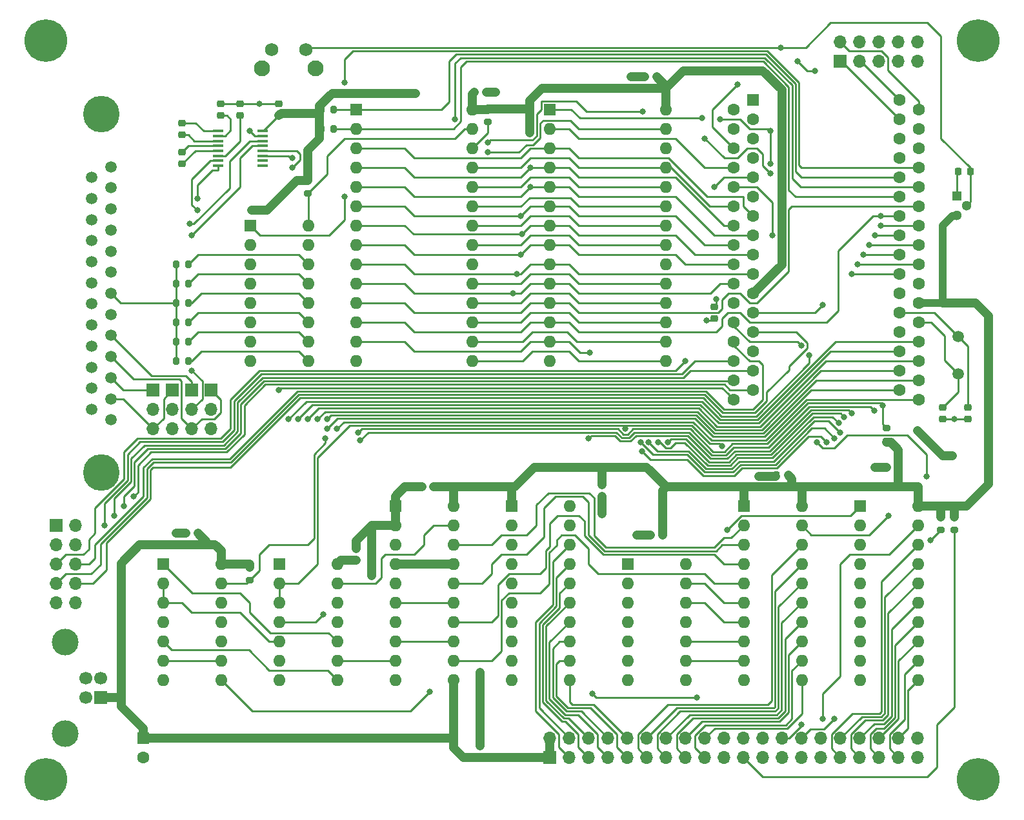
<source format=gtl>
%TF.GenerationSoftware,KiCad,Pcbnew,(6.0.0)*%
%TF.CreationDate,2022-03-15T02:00:18-04:00*%
%TF.ProjectId,R6501Q SBC,52363530-3151-4205-9342-432e6b696361,rev?*%
%TF.SameCoordinates,Original*%
%TF.FileFunction,Copper,L1,Top*%
%TF.FilePolarity,Positive*%
%FSLAX46Y46*%
G04 Gerber Fmt 4.6, Leading zero omitted, Abs format (unit mm)*
G04 Created by KiCad (PCBNEW (6.0.0)) date 2022-03-15 02:00:18*
%MOMM*%
%LPD*%
G01*
G04 APERTURE LIST*
G04 Aperture macros list*
%AMRoundRect*
0 Rectangle with rounded corners*
0 $1 Rounding radius*
0 $2 $3 $4 $5 $6 $7 $8 $9 X,Y pos of 4 corners*
0 Add a 4 corners polygon primitive as box body*
4,1,4,$2,$3,$4,$5,$6,$7,$8,$9,$2,$3,0*
0 Add four circle primitives for the rounded corners*
1,1,$1+$1,$2,$3*
1,1,$1+$1,$4,$5*
1,1,$1+$1,$6,$7*
1,1,$1+$1,$8,$9*
0 Add four rect primitives between the rounded corners*
20,1,$1+$1,$2,$3,$4,$5,0*
20,1,$1+$1,$4,$5,$6,$7,0*
20,1,$1+$1,$6,$7,$8,$9,0*
20,1,$1+$1,$8,$9,$2,$3,0*%
G04 Aperture macros list end*
%TA.AperFunction,ComponentPad*%
%ADD10R,1.300000X1.300000*%
%TD*%
%TA.AperFunction,ComponentPad*%
%ADD11C,1.300000*%
%TD*%
%TA.AperFunction,SMDPad,CuDef*%
%ADD12RoundRect,0.225000X-0.250000X0.225000X-0.250000X-0.225000X0.250000X-0.225000X0.250000X0.225000X0*%
%TD*%
%TA.AperFunction,ComponentPad*%
%ADD13R,1.600000X1.600000*%
%TD*%
%TA.AperFunction,ComponentPad*%
%ADD14O,1.600000X1.600000*%
%TD*%
%TA.AperFunction,SMDPad,CuDef*%
%ADD15RoundRect,0.200000X0.200000X0.275000X-0.200000X0.275000X-0.200000X-0.275000X0.200000X-0.275000X0*%
%TD*%
%TA.AperFunction,ComponentPad*%
%ADD16R,1.700000X1.700000*%
%TD*%
%TA.AperFunction,ComponentPad*%
%ADD17O,1.700000X1.700000*%
%TD*%
%TA.AperFunction,ComponentPad*%
%ADD18C,1.500000*%
%TD*%
%TA.AperFunction,ComponentPad*%
%ADD19C,4.800000*%
%TD*%
%TA.AperFunction,SMDPad,CuDef*%
%ADD20RoundRect,0.200000X-0.275000X0.200000X-0.275000X-0.200000X0.275000X-0.200000X0.275000X0.200000X0*%
%TD*%
%TA.AperFunction,SMDPad,CuDef*%
%ADD21RoundRect,0.225000X0.225000X0.250000X-0.225000X0.250000X-0.225000X-0.250000X0.225000X-0.250000X0*%
%TD*%
%TA.AperFunction,SMDPad,CuDef*%
%ADD22RoundRect,0.225000X0.250000X-0.225000X0.250000X0.225000X-0.250000X0.225000X-0.250000X-0.225000X0*%
%TD*%
%TA.AperFunction,SMDPad,CuDef*%
%ADD23RoundRect,0.200000X-0.200000X-0.275000X0.200000X-0.275000X0.200000X0.275000X-0.200000X0.275000X0*%
%TD*%
%TA.AperFunction,ComponentPad*%
%ADD24C,5.600000*%
%TD*%
%TA.AperFunction,ComponentPad*%
%ADD25C,1.700000*%
%TD*%
%TA.AperFunction,ComponentPad*%
%ADD26C,3.500000*%
%TD*%
%TA.AperFunction,SMDPad,CuDef*%
%ADD27RoundRect,0.200000X0.275000X-0.200000X0.275000X0.200000X-0.275000X0.200000X-0.275000X-0.200000X0*%
%TD*%
%TA.AperFunction,SMDPad,CuDef*%
%ADD28R,1.475000X0.450000*%
%TD*%
%TA.AperFunction,SMDPad,CuDef*%
%ADD29RoundRect,0.225000X-0.225000X-0.250000X0.225000X-0.250000X0.225000X0.250000X-0.225000X0.250000X0*%
%TD*%
%TA.AperFunction,ComponentPad*%
%ADD30C,2.100000*%
%TD*%
%TA.AperFunction,ComponentPad*%
%ADD31C,1.750000*%
%TD*%
%TA.AperFunction,ComponentPad*%
%ADD32R,1.600200X1.600200*%
%TD*%
%TA.AperFunction,ComponentPad*%
%ADD33C,1.600200*%
%TD*%
%TA.AperFunction,ComponentPad*%
%ADD34C,1.600000*%
%TD*%
%TA.AperFunction,ViaPad*%
%ADD35C,0.800000*%
%TD*%
%TA.AperFunction,Conductor*%
%ADD36C,0.250000*%
%TD*%
%TA.AperFunction,Conductor*%
%ADD37C,1.200000*%
%TD*%
%TA.AperFunction,Conductor*%
%ADD38C,1.000000*%
%TD*%
G04 APERTURE END LIST*
D10*
%TO.P,U5,1,GROUND*%
%TO.N,GND*%
X184221800Y-62103000D03*
D11*
%TO.P,U5,3,VCC*%
%TO.N,+5V*%
X184221800Y-64643000D03*
%TO.P,U5,2,~{RESET}*%
%TO.N,\u002ABRESET*%
X185491800Y-63373000D03*
%TD*%
D12*
%TO.P,C11,1*%
%TO.N,Net-(C11-Pad1)*%
X185674000Y-89903000D03*
%TO.P,C11,2*%
%TO.N,GND*%
X185674000Y-91453000D03*
%TD*%
D13*
%TO.P,U3,1,A14*%
%TO.N,A14*%
X130810000Y-50800000D03*
D14*
%TO.P,U3,2,A12*%
%TO.N,A12*%
X130810000Y-53340000D03*
%TO.P,U3,3,A7*%
%TO.N,A7*%
X130810000Y-55880000D03*
%TO.P,U3,4,A6*%
%TO.N,A6*%
X130810000Y-58420000D03*
%TO.P,U3,5,A5*%
%TO.N,A5*%
X130810000Y-60960000D03*
%TO.P,U3,6,A4*%
%TO.N,A4*%
X130810000Y-63500000D03*
%TO.P,U3,7,A3*%
%TO.N,A3*%
X130810000Y-66040000D03*
%TO.P,U3,8,A2*%
%TO.N,A2*%
X130810000Y-68580000D03*
%TO.P,U3,9,A1*%
%TO.N,A1*%
X130810000Y-71120000D03*
%TO.P,U3,10,A0*%
%TO.N,A0*%
X130810000Y-73660000D03*
%TO.P,U3,11,Q0*%
%TO.N,D0*%
X130810000Y-76200000D03*
%TO.P,U3,12,Q1*%
%TO.N,D1*%
X130810000Y-78740000D03*
%TO.P,U3,13,Q2*%
%TO.N,D2*%
X130810000Y-81280000D03*
%TO.P,U3,14,GND*%
%TO.N,GND*%
X130810000Y-83820000D03*
%TO.P,U3,15,Q3*%
%TO.N,D3*%
X146050000Y-83820000D03*
%TO.P,U3,16,Q4*%
%TO.N,D4*%
X146050000Y-81280000D03*
%TO.P,U3,17,Q5*%
%TO.N,D5*%
X146050000Y-78740000D03*
%TO.P,U3,18,Q6*%
%TO.N,D6*%
X146050000Y-76200000D03*
%TO.P,U3,19,Q7*%
%TO.N,D7*%
X146050000Y-73660000D03*
%TO.P,U3,20,~{CS}*%
%TO.N,\u002ARAM_CE*%
X146050000Y-71120000D03*
%TO.P,U3,21,A10*%
%TO.N,A10*%
X146050000Y-68580000D03*
%TO.P,U3,22,~{OE}*%
%TO.N,\u002ARD*%
X146050000Y-66040000D03*
%TO.P,U3,23,A11*%
%TO.N,A11*%
X146050000Y-63500000D03*
%TO.P,U3,24,A9*%
%TO.N,A9*%
X146050000Y-60960000D03*
%TO.P,U3,25,A8*%
%TO.N,A8*%
X146050000Y-58420000D03*
%TO.P,U3,26,A13*%
%TO.N,A13*%
X146050000Y-55880000D03*
%TO.P,U3,27,~{WE}*%
%TO.N,BR\u002A\u002AW*%
X146050000Y-53340000D03*
%TO.P,U3,28,VCC*%
%TO.N,+5V*%
X146050000Y-50800000D03*
%TD*%
D15*
%TO.P,R11,1*%
%TO.N,PA3*%
X83375000Y-76200000D03*
%TO.P,R11,2*%
%TO.N,GND*%
X81725000Y-76200000D03*
%TD*%
D13*
%TO.P,U10,1*%
%TO.N,unconnected-(U10-Pad1)*%
X140980000Y-110485000D03*
D14*
%TO.P,U10,2*%
%TO.N,unconnected-(U10-Pad2)*%
X140980000Y-113025000D03*
%TO.P,U10,3*%
%TO.N,N/C*%
X140980000Y-115565000D03*
%TO.P,U10,4*%
%TO.N,unconnected-(U10-Pad4)*%
X140980000Y-118105000D03*
%TO.P,U10,5*%
%TO.N,GND*%
X140980000Y-120645000D03*
%TO.P,U10,6*%
%TO.N,unconnected-(U10-Pad6)*%
X140980000Y-123185000D03*
%TO.P,U10,7,GND*%
%TO.N,GND*%
X140980000Y-125725000D03*
%TO.P,U10,8*%
%TO.N,Net-(U10-Pad8)*%
X148600000Y-125725000D03*
%TO.P,U10,9*%
%TO.N,A15*%
X148600000Y-123185000D03*
%TO.P,U10,10*%
%TO.N,A14*%
X148600000Y-120645000D03*
%TO.P,U10,11*%
%TO.N,N/C*%
X148600000Y-118105000D03*
%TO.P,U10,12*%
%TO.N,A13*%
X148600000Y-115565000D03*
%TO.P,U10,13*%
%TO.N,A12*%
X148600000Y-113025000D03*
%TO.P,U10,14,VCC*%
%TO.N,+5V*%
X148600000Y-110485000D03*
%TD*%
D16*
%TO.P,J7,1,Pin_1*%
%TO.N,Net-(J1-Pad3)*%
X78740000Y-87645000D03*
D17*
%TO.P,J7,2,Pin_2*%
%TO.N,EIATX*%
X78740000Y-90185000D03*
%TO.P,J7,3,Pin_3*%
%TO.N,Net-(J1-Pad2)*%
X78740000Y-92725000D03*
%TD*%
D18*
%TO.P,Y1,1,1*%
%TO.N,Net-(C11-Pad1)*%
X184404000Y-80608000D03*
%TO.P,Y1,2,2*%
%TO.N,Net-(C10-Pad1)*%
X184404000Y-85488000D03*
%TD*%
%TO.P,J1,1,1*%
%TO.N,unconnected-(J1-Pad1)*%
X73215000Y-91550000D03*
%TO.P,J1,2,2*%
%TO.N,Net-(J1-Pad2)*%
X73215000Y-88780000D03*
%TO.P,J1,3,3*%
%TO.N,Net-(J1-Pad3)*%
X73215000Y-86010000D03*
%TO.P,J1,4,4*%
%TO.N,Net-(J1-Pad4)*%
X73215000Y-83240000D03*
%TO.P,J1,5,5*%
%TO.N,Net-(J1-Pad5)*%
X73215000Y-80470000D03*
%TO.P,J1,6,6*%
%TO.N,unconnected-(J1-Pad6)*%
X73215000Y-77700000D03*
%TO.P,J1,7,7*%
%TO.N,GND*%
X73215000Y-74930000D03*
%TO.P,J1,8,8*%
%TO.N,unconnected-(J1-Pad8)*%
X73215000Y-72160000D03*
%TO.P,J1,9,9*%
%TO.N,unconnected-(J1-Pad9)*%
X73215000Y-69390000D03*
%TO.P,J1,10,10*%
%TO.N,unconnected-(J1-Pad10)*%
X73215000Y-66620000D03*
%TO.P,J1,11,11*%
%TO.N,unconnected-(J1-Pad11)*%
X73215000Y-63850000D03*
%TO.P,J1,12,12*%
%TO.N,unconnected-(J1-Pad12)*%
X73215000Y-61080000D03*
%TO.P,J1,13,13*%
%TO.N,unconnected-(J1-Pad13)*%
X73215000Y-58310000D03*
%TO.P,J1,14,P14*%
%TO.N,unconnected-(J1-Pad14)*%
X70675000Y-90165000D03*
%TO.P,J1,15,P15*%
%TO.N,unconnected-(J1-Pad15)*%
X70675000Y-87395000D03*
%TO.P,J1,16,P16*%
%TO.N,unconnected-(J1-Pad16)*%
X70675000Y-84625000D03*
%TO.P,J1,17,P17*%
%TO.N,unconnected-(J1-Pad17)*%
X70675000Y-81855000D03*
%TO.P,J1,18,P18*%
%TO.N,unconnected-(J1-Pad18)*%
X70675000Y-79085000D03*
%TO.P,J1,19,P19*%
%TO.N,unconnected-(J1-Pad19)*%
X70675000Y-76315000D03*
%TO.P,J1,20,P20*%
%TO.N,unconnected-(J1-Pad20)*%
X70675000Y-73545000D03*
%TO.P,J1,21,P21*%
%TO.N,unconnected-(J1-Pad21)*%
X70675000Y-70775000D03*
%TO.P,J1,22,P22*%
%TO.N,unconnected-(J1-Pad22)*%
X70675000Y-68005000D03*
%TO.P,J1,23,P23*%
%TO.N,unconnected-(J1-Pad23)*%
X70675000Y-65235000D03*
%TO.P,J1,24,P24*%
%TO.N,unconnected-(J1-Pad24)*%
X70675000Y-62465000D03*
%TO.P,J1,25,P25*%
%TO.N,unconnected-(J1-Pad25)*%
X70675000Y-59695000D03*
D19*
%TO.P,J1,MH1*%
%TO.N,GND*%
X71945000Y-98450000D03*
%TO.P,J1,MH2*%
X71945000Y-51410000D03*
%TD*%
D15*
%TO.P,R13,1*%
%TO.N,PA1*%
X83375000Y-81280000D03*
%TO.P,R13,2*%
%TO.N,GND*%
X81725000Y-81280000D03*
%TD*%
D20*
%TO.P,R7,1*%
%TO.N,+5V*%
X182118000Y-104331000D03*
%TO.P,R7,2*%
%TO.N,\u002ABINT*%
X182118000Y-105981000D03*
%TD*%
D21*
%TO.P,C18,1*%
%TO.N,+5V*%
X176530000Y-97790000D03*
%TO.P,C18,2*%
%TO.N,GND*%
X174980000Y-97790000D03*
%TD*%
D15*
%TO.P,R10,1*%
%TO.N,PA5*%
X83375000Y-71120000D03*
%TO.P,R10,2*%
%TO.N,GND*%
X81725000Y-71120000D03*
%TD*%
D22*
%TO.P,C13,1*%
%TO.N,+5V*%
X105410000Y-109995000D03*
%TO.P,C13,2*%
%TO.N,GND*%
X105410000Y-108445000D03*
%TD*%
D12*
%TO.P,C6,1*%
%TO.N,Net-(C6-Pad1)*%
X82550000Y-56375000D03*
%TO.P,C6,2*%
%TO.N,Net-(C6-Pad2)*%
X82550000Y-57925000D03*
%TD*%
D13*
%TO.P,U12,1,A->B*%
%TO.N,\u002ARD*%
X171460000Y-102875000D03*
D14*
%TO.P,U12,2,A0*%
%TO.N,D0*%
X171460000Y-105415000D03*
%TO.P,U12,3,A1*%
%TO.N,D1*%
X171460000Y-107955000D03*
%TO.P,U12,4,A2*%
%TO.N,D2*%
X171460000Y-110495000D03*
%TO.P,U12,5,A3*%
%TO.N,D3*%
X171460000Y-113035000D03*
%TO.P,U12,6,A4*%
%TO.N,D4*%
X171460000Y-115575000D03*
%TO.P,U12,7,A5*%
%TO.N,D5*%
X171460000Y-118115000D03*
%TO.P,U12,8,A6*%
%TO.N,D6*%
X171460000Y-120655000D03*
%TO.P,U12,9,A7*%
%TO.N,D7*%
X171460000Y-123195000D03*
%TO.P,U12,10,GND*%
%TO.N,GND*%
X171460000Y-125735000D03*
%TO.P,U12,11,B7*%
%TO.N,BD7*%
X179080000Y-125735000D03*
%TO.P,U12,12,B6*%
%TO.N,BD6*%
X179080000Y-123195000D03*
%TO.P,U12,13,B5*%
%TO.N,BD5*%
X179080000Y-120655000D03*
%TO.P,U12,14,B4*%
%TO.N,BD4*%
X179080000Y-118115000D03*
%TO.P,U12,15,B3*%
%TO.N,BD3*%
X179080000Y-115575000D03*
%TO.P,U12,16,B2*%
%TO.N,BD2*%
X179080000Y-113035000D03*
%TO.P,U12,17,B1*%
%TO.N,BD1*%
X179080000Y-110495000D03*
%TO.P,U12,18,B0*%
%TO.N,BD0*%
X179080000Y-107955000D03*
%TO.P,U12,19,CE*%
%TO.N,\u002AEXTERNAL_BUS*%
X179080000Y-105415000D03*
%TO.P,U12,20,VCC*%
%TO.N,+5V*%
X179080000Y-102875000D03*
%TD*%
D13*
%TO.P,SW2,1*%
%TO.N,BR\u002A\u002AW*%
X91482500Y-66030000D03*
D14*
%TO.P,SW2,2*%
%TO.N,unconnected-(SW2-Pad2)*%
X91482500Y-68570000D03*
%TO.P,SW2,3*%
%TO.N,+5V*%
X91482500Y-71110000D03*
%TO.P,SW2,4*%
X91482500Y-73650000D03*
%TO.P,SW2,5*%
X91482500Y-76190000D03*
%TO.P,SW2,6*%
X91482500Y-78730000D03*
%TO.P,SW2,7*%
X91482500Y-81270000D03*
%TO.P,SW2,8*%
X91482500Y-83810000D03*
%TO.P,SW2,9*%
%TO.N,PA0*%
X99102500Y-83810000D03*
%TO.P,SW2,10*%
%TO.N,PA1*%
X99102500Y-81270000D03*
%TO.P,SW2,11*%
%TO.N,PA2*%
X99102500Y-78730000D03*
%TO.P,SW2,12*%
%TO.N,PA3*%
X99102500Y-76190000D03*
%TO.P,SW2,13*%
%TO.N,PA4*%
X99102500Y-73650000D03*
%TO.P,SW2,14*%
%TO.N,PA5*%
X99102500Y-71110000D03*
%TO.P,SW2,15*%
%TO.N,unconnected-(SW2-Pad15)*%
X99102500Y-68570000D03*
%TO.P,SW2,16*%
%TO.N,\u002AROM_WR*%
X99102500Y-66030000D03*
%TD*%
D12*
%TO.P,C8,1*%
%TO.N,GND*%
X90170000Y-50025000D03*
%TO.P,C8,2*%
%TO.N,Net-(C8-Pad2)*%
X90170000Y-51575000D03*
%TD*%
D16*
%TO.P,J6,1,Pin_1*%
%TO.N,Net-(J1-Pad2)*%
X81280000Y-87645000D03*
D17*
%TO.P,J6,2,Pin_2*%
%TO.N,EIARX*%
X81280000Y-90185000D03*
%TO.P,J6,3,Pin_3*%
%TO.N,Net-(J1-Pad3)*%
X81280000Y-92725000D03*
%TD*%
D21*
%TO.P,C16,1*%
%TO.N,+5V*%
X145555000Y-106680000D03*
%TO.P,C16,2*%
%TO.N,GND*%
X144005000Y-106680000D03*
%TD*%
D22*
%TO.P,C7,1*%
%TO.N,Net-(C7-Pad1)*%
X87630000Y-51575000D03*
%TO.P,C7,2*%
%TO.N,GND*%
X87630000Y-50025000D03*
%TD*%
D16*
%TO.P,J2,1,Pin_1*%
%TO.N,PD0*%
X168915000Y-44455000D03*
D17*
%TO.P,J2,2,Pin_2*%
%TO.N,PD1*%
X168915000Y-41915000D03*
%TO.P,J2,3,Pin_3*%
%TO.N,PD2*%
X171455000Y-44455000D03*
%TO.P,J2,4,Pin_4*%
%TO.N,PD3*%
X171455000Y-41915000D03*
%TO.P,J2,5,Pin_5*%
%TO.N,PD4*%
X173995000Y-44455000D03*
%TO.P,J2,6,Pin_6*%
%TO.N,PD5*%
X173995000Y-41915000D03*
%TO.P,J2,7,Pin_7*%
%TO.N,PD6*%
X176535000Y-44455000D03*
%TO.P,J2,8,Pin_8*%
%TO.N,PD7*%
X176535000Y-41915000D03*
%TO.P,J2,9,Pin_9*%
%TO.N,GND*%
X179075000Y-44455000D03*
%TO.P,J2,10,Pin_10*%
X179075000Y-41915000D03*
%TD*%
D12*
%TO.P,C4,1*%
%TO.N,Net-(C4-Pad1)*%
X82550000Y-52565000D03*
%TO.P,C4,2*%
%TO.N,Net-(C4-Pad2)*%
X82550000Y-54115000D03*
%TD*%
D13*
%TO.P,U6,1*%
%TO.N,Net-(U6-Pad1)*%
X80020000Y-110485000D03*
D14*
%TO.P,U6,2*%
%TO.N,PHI2*%
X80020000Y-113025000D03*
%TO.P,U6,3*%
X80020000Y-115565000D03*
%TO.P,U6,4*%
%TO.N,\u002ABMASK*%
X80020000Y-118105000D03*
%TO.P,U6,5*%
%TO.N,Net-(U6-Pad5)*%
X80020000Y-120645000D03*
%TO.P,U6,6*%
%TO.N,\u002ARAM_CE*%
X80020000Y-123185000D03*
%TO.P,U6,7,GND*%
%TO.N,GND*%
X80020000Y-125725000D03*
%TO.P,U6,8*%
%TO.N,\u002AEXTERNAL_BUS*%
X87640000Y-125725000D03*
%TO.P,U6,9*%
%TO.N,\u002ARAM_CE*%
X87640000Y-123185000D03*
%TO.P,U6,10*%
X87640000Y-120645000D03*
%TO.P,U6,11*%
%TO.N,\u002AROM_CE*%
X87640000Y-118105000D03*
%TO.P,U6,12*%
X87640000Y-115565000D03*
%TO.P,U6,13*%
%TO.N,ROM_ENA*%
X87640000Y-113025000D03*
%TO.P,U6,14,VCC*%
%TO.N,+5V*%
X87640000Y-110485000D03*
%TD*%
D23*
%TO.P,R2,1*%
%TO.N,+5V*%
X100775000Y-53340000D03*
%TO.P,R2,2*%
%TO.N,RPA0*%
X102425000Y-53340000D03*
%TD*%
D15*
%TO.P,R9,1*%
%TO.N,PA4*%
X83375000Y-73660000D03*
%TO.P,R9,2*%
%TO.N,GND*%
X81725000Y-73660000D03*
%TD*%
D24*
%TO.P,W3,1,1*%
%TO.N,GND*%
X64640000Y-138736000D03*
%TD*%
D21*
%TO.P,C2,1*%
%TO.N,+5V*%
X144793000Y-46482000D03*
%TO.P,C2,2*%
%TO.N,GND*%
X143243000Y-46482000D03*
%TD*%
D13*
%TO.P,U11,1,A->B*%
%TO.N,+5V*%
X156220000Y-102875000D03*
D14*
%TO.P,U11,2,A0*%
%TO.N,A8*%
X156220000Y-105415000D03*
%TO.P,U11,3,A1*%
%TO.N,A9*%
X156220000Y-107955000D03*
%TO.P,U11,4,A2*%
%TO.N,A10*%
X156220000Y-110495000D03*
%TO.P,U11,5,A3*%
%TO.N,A11*%
X156220000Y-113035000D03*
%TO.P,U11,6,A4*%
%TO.N,A12*%
X156220000Y-115575000D03*
%TO.P,U11,7,A5*%
%TO.N,A13*%
X156220000Y-118115000D03*
%TO.P,U11,8,A6*%
%TO.N,A14*%
X156220000Y-120655000D03*
%TO.P,U11,9,A7*%
%TO.N,A15*%
X156220000Y-123195000D03*
%TO.P,U11,10,GND*%
%TO.N,GND*%
X156220000Y-125735000D03*
%TO.P,U11,11,B7*%
%TO.N,BA15*%
X163840000Y-125735000D03*
%TO.P,U11,12,B6*%
%TO.N,BA14*%
X163840000Y-123195000D03*
%TO.P,U11,13,B5*%
%TO.N,BA13*%
X163840000Y-120655000D03*
%TO.P,U11,14,B4*%
%TO.N,BA12*%
X163840000Y-118115000D03*
%TO.P,U11,15,B3*%
%TO.N,BA11*%
X163840000Y-115575000D03*
%TO.P,U11,16,B2*%
%TO.N,BA10*%
X163840000Y-113035000D03*
%TO.P,U11,17,B1*%
%TO.N,BA9*%
X163840000Y-110495000D03*
%TO.P,U11,18,B0*%
%TO.N,BA8*%
X163840000Y-107955000D03*
%TO.P,U11,19,CE*%
%TO.N,GND*%
X163840000Y-105415000D03*
%TO.P,U11,20,VCC*%
%TO.N,+5V*%
X163840000Y-102875000D03*
%TD*%
D13*
%TO.P,U8,1,G*%
%TO.N,GND*%
X110500000Y-102875000D03*
D14*
%TO.P,U8,2,P0*%
X110500000Y-105415000D03*
%TO.P,U8,3,R0*%
%TO.N,A12*%
X110500000Y-107955000D03*
%TO.P,U8,4,P1*%
%TO.N,+5V*%
X110500000Y-110495000D03*
%TO.P,U8,5,R1*%
%TO.N,A13*%
X110500000Y-113035000D03*
%TO.P,U8,6,P2*%
%TO.N,+5V*%
X110500000Y-115575000D03*
%TO.P,U8,7,R2*%
%TO.N,A14*%
X110500000Y-118115000D03*
%TO.P,U8,8,P3*%
%TO.N,+5V*%
X110500000Y-120655000D03*
%TO.P,U8,9,R3*%
%TO.N,A15*%
X110500000Y-123195000D03*
%TO.P,U8,10,GND*%
%TO.N,GND*%
X110500000Y-125735000D03*
%TO.P,U8,11,P4*%
%TO.N,+5V*%
X118120000Y-125735000D03*
%TO.P,U8,12,R4*%
%TO.N,A11*%
X118120000Y-123195000D03*
%TO.P,U8,13,P5*%
%TO.N,+5V*%
X118120000Y-120655000D03*
%TO.P,U8,14,R5*%
%TO.N,A10*%
X118120000Y-118115000D03*
%TO.P,U8,15,P6*%
%TO.N,+5V*%
X118120000Y-115575000D03*
%TO.P,U8,16,R6*%
%TO.N,A9*%
X118120000Y-113035000D03*
%TO.P,U8,17,P7*%
%TO.N,+5V*%
X118120000Y-110495000D03*
%TO.P,U8,18,R7*%
%TO.N,A8*%
X118120000Y-107955000D03*
%TO.P,U8,19,P=R*%
%TO.N,Net-(U7-Pad13)*%
X118120000Y-105415000D03*
%TO.P,U8,20,VCC*%
%TO.N,+5V*%
X118120000Y-102875000D03*
%TD*%
D20*
%TO.P,R6,1*%
%TO.N,+5V*%
X91440000Y-110935000D03*
%TO.P,R6,2*%
%TO.N,ROM_ENA*%
X91440000Y-112585000D03*
%TD*%
D12*
%TO.P,C15,1*%
%TO.N,+5V*%
X137668000Y-100076000D03*
%TO.P,C15,2*%
%TO.N,GND*%
X137668000Y-101626000D03*
%TD*%
%TO.P,C9,1*%
%TO.N,+5V*%
X152400000Y-76695000D03*
%TO.P,C9,2*%
%TO.N,GND*%
X152400000Y-78245000D03*
%TD*%
D16*
%TO.P,J4,1,VBUS*%
%TO.N,+5V*%
X71882000Y-128016000D03*
D25*
%TO.P,J4,2,D-*%
%TO.N,unconnected-(J4-Pad2)*%
X71882000Y-125516000D03*
%TO.P,J4,3,D+*%
%TO.N,unconnected-(J4-Pad3)*%
X69882000Y-125516000D03*
%TO.P,J4,4,GND*%
%TO.N,GND*%
X69882000Y-128016000D03*
D26*
%TO.P,J4,5,Shield*%
X67172000Y-132786000D03*
X67172000Y-120746000D03*
%TD*%
D22*
%TO.P,C5,1*%
%TO.N,+5V*%
X95250000Y-51575000D03*
%TO.P,C5,2*%
%TO.N,GND*%
X95250000Y-50025000D03*
%TD*%
D21*
%TO.P,C12,1*%
%TO.N,+5V*%
X84595000Y-106426000D03*
%TO.P,C12,2*%
%TO.N,GND*%
X83045000Y-106426000D03*
%TD*%
%TO.P,C17,1*%
%TO.N,+5V*%
X162065000Y-98806000D03*
%TO.P,C17,2*%
%TO.N,GND*%
X160515000Y-98806000D03*
%TD*%
%TO.P,C14,1*%
%TO.N,+5V*%
X115570000Y-100330000D03*
%TO.P,C14,2*%
%TO.N,GND*%
X114020000Y-100330000D03*
%TD*%
D23*
%TO.P,R1,1*%
%TO.N,+5V*%
X100775000Y-50800000D03*
%TO.P,R1,2*%
%TO.N,RPA2*%
X102425000Y-50800000D03*
%TD*%
D15*
%TO.P,R14,1*%
%TO.N,PA0*%
X83375000Y-83820000D03*
%TO.P,R14,2*%
%TO.N,GND*%
X81725000Y-83820000D03*
%TD*%
D20*
%TO.P,R3,1*%
%TO.N,+5V*%
X122682000Y-50737000D03*
%TO.P,R3,2*%
%TO.N,RPA1*%
X122682000Y-52387000D03*
%TD*%
D13*
%TO.P,U9,1,A->B*%
%TO.N,+5V*%
X125740000Y-102875000D03*
D14*
%TO.P,U9,2,A0*%
%TO.N,A0*%
X125740000Y-105415000D03*
%TO.P,U9,3,A1*%
%TO.N,A1*%
X125740000Y-107955000D03*
%TO.P,U9,4,A2*%
%TO.N,A2*%
X125740000Y-110495000D03*
%TO.P,U9,5,A3*%
%TO.N,A3*%
X125740000Y-113035000D03*
%TO.P,U9,6,A4*%
%TO.N,A4*%
X125740000Y-115575000D03*
%TO.P,U9,7,A5*%
%TO.N,A5*%
X125740000Y-118115000D03*
%TO.P,U9,8,A6*%
%TO.N,A6*%
X125740000Y-120655000D03*
%TO.P,U9,9,A7*%
%TO.N,A7*%
X125740000Y-123195000D03*
%TO.P,U9,10,GND*%
%TO.N,GND*%
X125740000Y-125735000D03*
%TO.P,U9,11,B7*%
%TO.N,BA7*%
X133360000Y-125735000D03*
%TO.P,U9,12,B6*%
%TO.N,BA6*%
X133360000Y-123195000D03*
%TO.P,U9,13,B5*%
%TO.N,BA5*%
X133360000Y-120655000D03*
%TO.P,U9,14,B4*%
%TO.N,BA4*%
X133360000Y-118115000D03*
%TO.P,U9,15,B3*%
%TO.N,BA3*%
X133360000Y-115575000D03*
%TO.P,U9,16,B2*%
%TO.N,BA2*%
X133360000Y-113035000D03*
%TO.P,U9,17,B1*%
%TO.N,BA1*%
X133360000Y-110495000D03*
%TO.P,U9,18,B0*%
%TO.N,BA0*%
X133360000Y-107955000D03*
%TO.P,U9,19,CE*%
%TO.N,GND*%
X133360000Y-105415000D03*
%TO.P,U9,20,VCC*%
%TO.N,+5V*%
X133360000Y-102875000D03*
%TD*%
D24*
%TO.P,W4,1,1*%
%TO.N,GND*%
X187005000Y-138736000D03*
%TD*%
D27*
%TO.P,R5,1*%
%TO.N,+5V*%
X175006000Y-94297000D03*
%TO.P,R5,2*%
%TO.N,R\u002A\u002AW*%
X175006000Y-92647000D03*
%TD*%
D13*
%TO.P,U7,1*%
%TO.N,R\u002A\u002AW*%
X95260000Y-110485000D03*
D14*
%TO.P,U7,2*%
%TO.N,\u002ARD*%
X95260000Y-113025000D03*
%TO.P,U7,3*%
X95260000Y-115565000D03*
%TO.P,U7,4*%
%TO.N,BR\u002A\u002AW*%
X95260000Y-118105000D03*
%TO.P,U7,5*%
%TO.N,PHI2*%
X95260000Y-120645000D03*
%TO.P,U7,6*%
%TO.N,\u002ABSTART*%
X95260000Y-123185000D03*
%TO.P,U7,7,GND*%
%TO.N,GND*%
X95260000Y-125725000D03*
%TO.P,U7,8*%
%TO.N,Net-(U6-Pad5)*%
X102880000Y-125725000D03*
%TO.P,U7,9*%
%TO.N,A15*%
X102880000Y-123185000D03*
%TO.P,U7,10*%
%TO.N,Net-(U6-Pad1)*%
X102880000Y-120645000D03*
%TO.P,U7,11*%
%TO.N,Net-(U10-Pad8)*%
X102880000Y-118105000D03*
%TO.P,U7,12*%
%TO.N,BIO\u002A\u002AM*%
X102880000Y-115565000D03*
%TO.P,U7,13*%
%TO.N,Net-(U7-Pad13)*%
X102880000Y-113025000D03*
%TO.P,U7,14,VCC*%
%TO.N,+5V*%
X102880000Y-110485000D03*
%TD*%
D28*
%TO.P,IC1,1,C1+*%
%TO.N,Net-(C4-Pad1)*%
X87232000Y-53605000D03*
%TO.P,IC1,2,V+*%
%TO.N,Net-(C7-Pad1)*%
X87232000Y-54255000D03*
%TO.P,IC1,3,C1-*%
%TO.N,Net-(C4-Pad2)*%
X87232000Y-54905000D03*
%TO.P,IC1,4,C2+*%
%TO.N,Net-(C6-Pad1)*%
X87232000Y-55555000D03*
%TO.P,IC1,5,C2-*%
%TO.N,Net-(C6-Pad2)*%
X87232000Y-56205000D03*
%TO.P,IC1,6,V-*%
%TO.N,Net-(C8-Pad2)*%
X87232000Y-56855000D03*
%TO.P,IC1,7,T2OUT*%
%TO.N,EIARTS*%
X87232000Y-57505000D03*
%TO.P,IC1,8,R2IN*%
%TO.N,EIACTS*%
X87232000Y-58155000D03*
%TO.P,IC1,9,R2OUT*%
%TO.N,\u002ACTS*%
X93108000Y-58155000D03*
%TO.P,IC1,10,T2IN*%
%TO.N,\u002ARTS*%
X93108000Y-57505000D03*
%TO.P,IC1,11,T1IN*%
%TO.N,TxD*%
X93108000Y-56855000D03*
%TO.P,IC1,12,R1OUT*%
%TO.N,RxD*%
X93108000Y-56205000D03*
%TO.P,IC1,13,R1IN*%
%TO.N,EIARX*%
X93108000Y-55555000D03*
%TO.P,IC1,14,T1OUT*%
%TO.N,EIATX*%
X93108000Y-54905000D03*
%TO.P,IC1,15,GND*%
%TO.N,GND*%
X93108000Y-54255000D03*
%TO.P,IC1,16,VCC*%
%TO.N,+5V*%
X93108000Y-53605000D03*
%TD*%
D20*
%TO.P,R4,1*%
%TO.N,+5V*%
X99060000Y-60135000D03*
%TO.P,R4,2*%
%TO.N,\u002AROM_WR*%
X99060000Y-61785000D03*
%TD*%
D29*
%TO.P,C1,1*%
%TO.N,+5V*%
X120891000Y-48514000D03*
%TO.P,C1,2*%
%TO.N,GND*%
X122441000Y-48514000D03*
%TD*%
D30*
%TO.P,SW1,*%
%TO.N,*%
X92995000Y-45382500D03*
X100005000Y-45382500D03*
D31*
%TO.P,SW1,1,1*%
%TO.N,GND*%
X94245000Y-42892500D03*
%TO.P,SW1,2,2*%
%TO.N,\u002ABRESET*%
X98745000Y-42892500D03*
%TD*%
D16*
%TO.P,J9,1,Pin_1*%
%TO.N,Net-(J1-Pad5)*%
X83820000Y-87645000D03*
D17*
%TO.P,J9,2,Pin_2*%
%TO.N,EIARTS*%
X83820000Y-90185000D03*
%TO.P,J9,3,Pin_3*%
%TO.N,Net-(J1-Pad4)*%
X83820000Y-92725000D03*
%TD*%
D12*
%TO.P,C10,1*%
%TO.N,Net-(C10-Pad1)*%
X182372000Y-89890000D03*
%TO.P,C10,2*%
%TO.N,GND*%
X182372000Y-91440000D03*
%TD*%
D24*
%TO.P,W2,1,1*%
%TO.N,GND*%
X187005000Y-41771000D03*
%TD*%
D16*
%TO.P,J5,1,Pin_1*%
%TO.N,+5V*%
X130815000Y-135895000D03*
D17*
%TO.P,J5,2,Pin_2*%
X130815000Y-133355000D03*
%TO.P,J5,3,Pin_3*%
%TO.N,BA0*%
X133355000Y-135895000D03*
%TO.P,J5,4,Pin_4*%
%TO.N,BA1*%
X133355000Y-133355000D03*
%TO.P,J5,5,Pin_5*%
%TO.N,BA2*%
X135895000Y-135895000D03*
%TO.P,J5,6,Pin_6*%
%TO.N,BA3*%
X135895000Y-133355000D03*
%TO.P,J5,7,Pin_7*%
%TO.N,BA4*%
X138435000Y-135895000D03*
%TO.P,J5,8,Pin_8*%
%TO.N,BA5*%
X138435000Y-133355000D03*
%TO.P,J5,9,Pin_9*%
%TO.N,BA6*%
X140975000Y-135895000D03*
%TO.P,J5,10,Pin_10*%
%TO.N,BA7*%
X140975000Y-133355000D03*
%TO.P,J5,11,Pin_11*%
%TO.N,BA8*%
X143515000Y-135895000D03*
%TO.P,J5,12,Pin_12*%
%TO.N,BA9*%
X143515000Y-133355000D03*
%TO.P,J5,13,Pin_13*%
%TO.N,BA10*%
X146055000Y-135895000D03*
%TO.P,J5,14,Pin_14*%
%TO.N,BA11*%
X146055000Y-133355000D03*
%TO.P,J5,15,Pin_15*%
%TO.N,BA12*%
X148595000Y-135895000D03*
%TO.P,J5,16,Pin_16*%
%TO.N,BA13*%
X148595000Y-133355000D03*
%TO.P,J5,17,Pin_17*%
%TO.N,BA14*%
X151135000Y-135895000D03*
%TO.P,J5,18,Pin_18*%
%TO.N,BA15*%
X151135000Y-133355000D03*
%TO.P,J5,19,Pin_19*%
%TO.N,GND*%
X153675000Y-135895000D03*
%TO.P,J5,20,Pin_20*%
X153675000Y-133355000D03*
%TO.P,J5,21,Pin_21*%
%TO.N,\u002ABMASK*%
X156215000Y-135895000D03*
%TO.P,J5,22,Pin_22*%
%TO.N,\u002ABSTART*%
X156215000Y-133355000D03*
%TO.P,J5,23,Pin_23*%
X158755000Y-135895000D03*
%TO.P,J5,24,Pin_24*%
%TO.N,GND*%
X158755000Y-133355000D03*
%TO.P,J5,25,Pin_25*%
%TO.N,BIO\u002A\u002AM*%
X161295000Y-135895000D03*
%TO.P,J5,26,Pin_26*%
%TO.N,\u002ABRESET*%
X161295000Y-133355000D03*
%TO.P,J5,27,Pin_27*%
%TO.N,BR\u002A\u002AW*%
X163835000Y-135895000D03*
%TO.P,J5,28,Pin_28*%
%TO.N,\u002ABINT*%
X163835000Y-133355000D03*
%TO.P,J5,29,Pin_29*%
%TO.N,GND*%
X166375000Y-135895000D03*
%TO.P,J5,30,Pin_30*%
%TO.N,unconnected-(J5-Pad30)*%
X166375000Y-133355000D03*
%TO.P,J5,31,Pin_31*%
%TO.N,BD0*%
X168915000Y-135895000D03*
%TO.P,J5,32,Pin_32*%
%TO.N,BD1*%
X168915000Y-133355000D03*
%TO.P,J5,33,Pin_33*%
%TO.N,BD2*%
X171455000Y-135895000D03*
%TO.P,J5,34,Pin_34*%
%TO.N,BD3*%
X171455000Y-133355000D03*
%TO.P,J5,35,Pin_35*%
%TO.N,BD4*%
X173995000Y-135895000D03*
%TO.P,J5,36,Pin_36*%
%TO.N,BD5*%
X173995000Y-133355000D03*
%TO.P,J5,37,Pin_37*%
%TO.N,BD6*%
X176535000Y-135895000D03*
%TO.P,J5,38,Pin_38*%
%TO.N,BD7*%
X176535000Y-133355000D03*
%TO.P,J5,39,Pin_39*%
%TO.N,GND*%
X179075000Y-135895000D03*
%TO.P,J5,40,Pin_40*%
X179075000Y-133355000D03*
%TD*%
D29*
%TO.P,C3,1*%
%TO.N,GND*%
X184391000Y-58928000D03*
%TO.P,C3,2*%
%TO.N,\u002ABRESET*%
X185941000Y-58928000D03*
%TD*%
D16*
%TO.P,J8,1,Pin_1*%
%TO.N,Net-(J1-Pad4)*%
X86360000Y-87645000D03*
D17*
%TO.P,J8,2,Pin_2*%
%TO.N,EIACTS*%
X86360000Y-90185000D03*
%TO.P,J8,3,Pin_3*%
%TO.N,Net-(J1-Pad5)*%
X86360000Y-92725000D03*
%TD*%
D16*
%TO.P,J3,1,Pin_1*%
%TO.N,PB0*%
X66035000Y-105415000D03*
D17*
%TO.P,J3,2,Pin_2*%
%TO.N,PB1*%
X68575000Y-105415000D03*
%TO.P,J3,3,Pin_3*%
%TO.N,PB2*%
X66035000Y-107955000D03*
%TO.P,J3,4,Pin_4*%
%TO.N,PB3*%
X68575000Y-107955000D03*
%TO.P,J3,5,Pin_5*%
%TO.N,PB4*%
X66035000Y-110495000D03*
%TO.P,J3,6,Pin_6*%
%TO.N,PB5*%
X68575000Y-110495000D03*
%TO.P,J3,7,Pin_7*%
%TO.N,PB6*%
X66035000Y-113035000D03*
%TO.P,J3,8,Pin_8*%
%TO.N,PB7*%
X68575000Y-113035000D03*
%TO.P,J3,9,Pin_9*%
%TO.N,GND*%
X66035000Y-115575000D03*
%TO.P,J3,10,Pin_10*%
X68575000Y-115575000D03*
%TD*%
D13*
%TO.P,U2,1,A14*%
%TO.N,RPA2*%
X105410000Y-50800000D03*
D14*
%TO.P,U2,2,A12*%
%TO.N,RPA0*%
X105410000Y-53340000D03*
%TO.P,U2,3,A7*%
%TO.N,A7*%
X105410000Y-55880000D03*
%TO.P,U2,4,A6*%
%TO.N,A6*%
X105410000Y-58420000D03*
%TO.P,U2,5,A5*%
%TO.N,A5*%
X105410000Y-60960000D03*
%TO.P,U2,6,A4*%
%TO.N,A4*%
X105410000Y-63500000D03*
%TO.P,U2,7,A3*%
%TO.N,A3*%
X105410000Y-66040000D03*
%TO.P,U2,8,A2*%
%TO.N,A2*%
X105410000Y-68580000D03*
%TO.P,U2,9,A1*%
%TO.N,A1*%
X105410000Y-71120000D03*
%TO.P,U2,10,A0*%
%TO.N,A0*%
X105410000Y-73660000D03*
%TO.P,U2,11,D0*%
%TO.N,D0*%
X105410000Y-76200000D03*
%TO.P,U2,12,D1*%
%TO.N,D1*%
X105410000Y-78740000D03*
%TO.P,U2,13,D2*%
%TO.N,D2*%
X105410000Y-81280000D03*
%TO.P,U2,14,GND*%
%TO.N,GND*%
X105410000Y-83820000D03*
%TO.P,U2,15,D3*%
%TO.N,D3*%
X120650000Y-83820000D03*
%TO.P,U2,16,D4*%
%TO.N,D4*%
X120650000Y-81280000D03*
%TO.P,U2,17,D5*%
%TO.N,D5*%
X120650000Y-78740000D03*
%TO.P,U2,18,D6*%
%TO.N,D6*%
X120650000Y-76200000D03*
%TO.P,U2,19,D7*%
%TO.N,D7*%
X120650000Y-73660000D03*
%TO.P,U2,20,~{CS}*%
%TO.N,\u002AROM_CE*%
X120650000Y-71120000D03*
%TO.P,U2,21,A10*%
%TO.N,A10*%
X120650000Y-68580000D03*
%TO.P,U2,22,~{OE}*%
%TO.N,\u002ARD*%
X120650000Y-66040000D03*
%TO.P,U2,23,A11*%
%TO.N,A11*%
X120650000Y-63500000D03*
%TO.P,U2,24,A9*%
%TO.N,A9*%
X120650000Y-60960000D03*
%TO.P,U2,25,A8*%
%TO.N,A8*%
X120650000Y-58420000D03*
%TO.P,U2,26,A13*%
%TO.N,RPA1*%
X120650000Y-55880000D03*
%TO.P,U2,27,~{WE}*%
%TO.N,\u002AROM_WR*%
X120650000Y-53340000D03*
%TO.P,U2,28,VCC*%
%TO.N,+5V*%
X120650000Y-50800000D03*
%TD*%
D32*
%TO.P,U4,1,PD3*%
%TO.N,PD3*%
X157480000Y-49530000D03*
D33*
%TO.P,U4,2,PD4*%
%TO.N,PD4*%
X154929840Y-50800000D03*
%TO.P,U4,3,PD5*%
%TO.N,PD5*%
X157480000Y-52070000D03*
%TO.P,U4,4,PD6*%
%TO.N,PD6*%
X154929840Y-53340000D03*
%TO.P,U4,5,PD7*%
%TO.N,PD7*%
X157480000Y-54610000D03*
%TO.P,U4,6,\u002ARES*%
%TO.N,\u002ABRESET*%
X154929840Y-55880000D03*
%TO.P,U4,7,A15*%
%TO.N,A15*%
X157480000Y-57150000D03*
%TO.P,U4,8,A12*%
%TO.N,A12*%
X154929840Y-58420000D03*
%TO.P,U4,9,A11*%
%TO.N,A11*%
X157480000Y-59690000D03*
%TO.P,U4,10,A10*%
%TO.N,A10*%
X154929840Y-60960000D03*
%TO.P,U4,11,A9*%
%TO.N,A9*%
X157480000Y-62230000D03*
%TO.P,U4,12,A8*%
%TO.N,A8*%
X154929840Y-63500000D03*
%TO.P,U4,13,A7*%
%TO.N,A7*%
X157480000Y-64770000D03*
%TO.P,U4,14,A6*%
%TO.N,A6*%
X154929840Y-66040000D03*
%TO.P,U4,15,A5*%
%TO.N,A5*%
X157480000Y-67310000D03*
%TO.P,U4,16,A4*%
%TO.N,A4*%
X154929840Y-68580000D03*
%TO.P,U4,17,A3*%
%TO.N,A3*%
X157480000Y-69850000D03*
%TO.P,U4,18,A2*%
%TO.N,A2*%
X154929840Y-71120000D03*
%TO.P,U4,19,A1*%
%TO.N,A1*%
X157480000Y-72390000D03*
%TO.P,U4,20,A0*%
%TO.N,A0*%
X154929840Y-73660000D03*
%TO.P,U4,21,Vcc*%
%TO.N,+5V*%
X157480000Y-74930000D03*
%TO.P,U4,22,SYNC*%
%TO.N,unconnected-(U4-Pad22)*%
X154929840Y-76200000D03*
%TO.P,U4,23,\u002ANMI*%
%TO.N,\u002ABINT*%
X157480000Y-77470000D03*
%TO.P,U4,24,PB7*%
%TO.N,PB7*%
X154929840Y-78740000D03*
%TO.P,U4,25,PB6*%
%TO.N,PB6*%
X157480000Y-80010000D03*
%TO.P,U4,26,PB5*%
%TO.N,PB5*%
X154929840Y-81280000D03*
%TO.P,U4,27,PB4*%
%TO.N,PB4*%
X157480000Y-82550000D03*
%TO.P,U4,28,PB3*%
%TO.N,PB3*%
X154929840Y-83820000D03*
%TO.P,U4,29,PB2*%
%TO.N,PB2*%
X157480000Y-85090000D03*
%TO.P,U4,30,PB1*%
%TO.N,PB1*%
X154929840Y-86360000D03*
%TO.P,U4,31,PB0*%
%TO.N,PB0*%
X157480000Y-87630000D03*
%TO.P,U4,32,PA7*%
%TO.N,RxD*%
X154929840Y-88900000D03*
%TO.P,U4,33,PA6*%
%TO.N,TxD*%
X179230020Y-88900000D03*
%TO.P,U4,34,PA5*%
%TO.N,PA5*%
X176679860Y-87630000D03*
%TO.P,U4,35,PA4*%
%TO.N,PA4*%
X179230020Y-86360000D03*
%TO.P,U4,36,PA3*%
%TO.N,PA3*%
X176679860Y-85090000D03*
%TO.P,U4,37,PA2*%
%TO.N,PA2*%
X179230020Y-83820000D03*
%TO.P,U4,38,PA1*%
%TO.N,PA1*%
X176679860Y-82550000D03*
%TO.P,U4,39,PA0*%
%TO.N,PA0*%
X179230020Y-81280000D03*
%TO.P,U4,40,R\u002A\u002AW*%
%TO.N,R\u002A\u002AW*%
X176679860Y-80010000D03*
%TO.P,U4,41,XTLO*%
%TO.N,Net-(C10-Pad1)*%
X179230020Y-78740000D03*
%TO.P,U4,42,XTLI*%
%TO.N,Net-(C11-Pad1)*%
X176679860Y-77470000D03*
%TO.P,U4,43,VRR*%
%TO.N,+5V*%
X179230020Y-76200000D03*
%TO.P,U4,44,Vss*%
%TO.N,GND*%
X176679860Y-74930000D03*
%TO.P,U4,45,PHI2*%
%TO.N,PHI2*%
X179230020Y-73660000D03*
%TO.P,U4,46,DB7*%
%TO.N,D7*%
X176679860Y-72390000D03*
%TO.P,U4,47,DB6*%
%TO.N,D6*%
X179230020Y-71120000D03*
%TO.P,U4,48,DB5*%
%TO.N,D5*%
X176679860Y-69850000D03*
%TO.P,U4,49,DB4*%
%TO.N,D4*%
X179230020Y-68580000D03*
%TO.P,U4,50,DB3*%
%TO.N,D3*%
X176679860Y-67310000D03*
%TO.P,U4,51,DB2*%
%TO.N,D2*%
X179230020Y-66040000D03*
%TO.P,U4,52,DB1*%
%TO.N,D1*%
X176679860Y-64770000D03*
%TO.P,U4,53,DB0*%
%TO.N,D0*%
X179230020Y-63500000D03*
%TO.P,U4,54,PC0*%
%TO.N,RPA0*%
X176679860Y-62230000D03*
%TO.P,U4,55,PC1*%
%TO.N,RPA1*%
X179230020Y-60960000D03*
%TO.P,U4,56,PC2*%
%TO.N,RPA2*%
X176679860Y-59690000D03*
%TO.P,U4,57,PC3*%
%TO.N,ROM_ENA*%
X179230020Y-58420000D03*
%TO.P,U4,58,PC4*%
%TO.N,unconnected-(U4-Pad58)*%
X176679860Y-57150000D03*
%TO.P,U4,59,PC5*%
%TO.N,unconnected-(U4-Pad59)*%
X179230020Y-55880000D03*
%TO.P,U4,60,PC6*%
%TO.N,A13*%
X176679860Y-54610000D03*
%TO.P,U4,61,PC7*%
%TO.N,A14*%
X179230020Y-53340000D03*
%TO.P,U4,62,PD0*%
%TO.N,PD0*%
X176679860Y-52070000D03*
%TO.P,U4,63,PD1*%
%TO.N,PD1*%
X179230020Y-50800000D03*
%TO.P,U4,64,PD2*%
%TO.N,PD2*%
X176679860Y-49530000D03*
%TD*%
D24*
%TO.P,W1,1,1*%
%TO.N,GND*%
X64640000Y-41771000D03*
%TD*%
D13*
%TO.P,C19,1*%
%TO.N,+5V*%
X77470000Y-133350000D03*
D34*
%TO.P,C19,2*%
%TO.N,GND*%
X77470000Y-135850000D03*
%TD*%
D15*
%TO.P,R12,1*%
%TO.N,PA2*%
X83375000Y-78740000D03*
%TO.P,R12,2*%
%TO.N,GND*%
X81725000Y-78740000D03*
%TD*%
D20*
%TO.P,R8,1*%
%TO.N,+5V*%
X183896000Y-104331000D03*
%TO.P,R8,2*%
%TO.N,\u002ABMASK*%
X183896000Y-105981000D03*
%TD*%
D35*
%TO.N,GND*%
X121666000Y-134366000D03*
X183642000Y-96266000D03*
X175260000Y-104140000D03*
X142240000Y-106680000D03*
X107442000Y-112014000D03*
X91440000Y-53574500D03*
X179070000Y-92964000D03*
X173482000Y-97790000D03*
X141478000Y-46482000D03*
X137668000Y-103886000D03*
X81788000Y-106426000D03*
X123698000Y-48514000D03*
X183896000Y-91440000D03*
X158242000Y-98940480D03*
X121666000Y-124714000D03*
X151384000Y-78486000D03*
X92710000Y-50025000D03*
%TO.N,+5V*%
X133350000Y-97790000D03*
X145555000Y-104635000D03*
X113157000Y-48641000D03*
X91694000Y-64008000D03*
X152654000Y-75692000D03*
X128165960Y-53848000D03*
%TO.N,\u002ABRESET*%
X163830000Y-131572000D03*
X155448000Y-47498000D03*
X161056080Y-42651920D03*
%TO.N,EIARTS*%
X84544511Y-64045489D03*
X83820000Y-85090000D03*
%TO.N,EIACTS*%
X84582000Y-62484000D03*
%TO.N,TxD*%
X102870000Y-92710000D03*
X97028000Y-57150000D03*
%TO.N,RxD*%
X97028000Y-58420000D03*
X95250000Y-87630000D03*
%TO.N,EIARX*%
X83820000Y-67310000D03*
%TO.N,EIATX*%
X83566000Y-65786000D03*
%TO.N,PD4*%
X165608000Y-45720000D03*
X163322000Y-44450000D03*
%TO.N,PB0*%
X76200000Y-101600000D03*
%TO.N,PB1*%
X74930000Y-102870000D03*
%TO.N,PB2*%
X73660000Y-104140000D03*
%TO.N,PB3*%
X72390000Y-105410000D03*
%TO.N,PB4*%
X148590000Y-83820000D03*
%TO.N,PB7*%
X163830000Y-81788000D03*
X164846000Y-83058000D03*
%TO.N,BR\u002A\u002AW*%
X122682000Y-56388000D03*
X101092000Y-117094000D03*
X103886000Y-62230000D03*
%TO.N,\u002ABINT*%
X180752500Y-107346500D03*
X168148000Y-130810000D03*
X166624000Y-76454000D03*
X165862000Y-94488000D03*
X180204511Y-98941489D03*
%TO.N,RPA1*%
X118364000Y-52070000D03*
%TO.N,R\u002A\u002AW*%
X105664000Y-93218000D03*
X174498000Y-89662000D03*
%TO.N,ROM_ENA*%
X101346000Y-93980000D03*
X103886000Y-47244000D03*
%TO.N,PA4*%
X101600000Y-91440000D03*
%TO.N,PA5*%
X101600000Y-92710000D03*
%TO.N,PA3*%
X100330000Y-91440000D03*
%TO.N,PA2*%
X99060000Y-91440000D03*
%TO.N,PA1*%
X97790000Y-91440000D03*
%TO.N,PA0*%
X96520000Y-91440000D03*
%TO.N,D3*%
X169418000Y-91186000D03*
X173482000Y-67310000D03*
X146304000Y-94488000D03*
%TO.N,D4*%
X145034000Y-94488000D03*
X168693489Y-91985489D03*
X172720000Y-68580000D03*
%TO.N,D5*%
X171958000Y-69850000D03*
X168901386Y-93218000D03*
X143764000Y-94488000D03*
%TO.N,A6*%
X128270000Y-58420000D03*
%TO.N,D6*%
X142743693Y-94492307D03*
X168143693Y-93984307D03*
X171196000Y-71120000D03*
%TO.N,A5*%
X128270000Y-60960000D03*
%TO.N,D7*%
X142866386Y-95639614D03*
X170434000Y-72390000D03*
X167130369Y-94489631D03*
%TO.N,A4*%
X127000000Y-64770000D03*
%TO.N,A3*%
X127145489Y-67164511D03*
%TO.N,A10*%
X160020000Y-67310000D03*
%TO.N,A2*%
X127000000Y-69850000D03*
%TO.N,\u002ARD*%
X153416000Y-94996000D03*
X154025350Y-106019350D03*
X140716000Y-92710000D03*
%TO.N,A1*%
X126492000Y-72390000D03*
%TO.N,A11*%
X152400000Y-60960000D03*
%TO.N,A0*%
X125984000Y-74930000D03*
%TO.N,D1*%
X174244000Y-64770000D03*
%TO.N,D2*%
X135998511Y-82695489D03*
X174244000Y-66040000D03*
X135890000Y-93980000D03*
X170434000Y-90678000D03*
%TO.N,A14*%
X159766000Y-53594000D03*
X153162000Y-52070000D03*
X150730511Y-51924511D03*
X159766000Y-57912000D03*
%TO.N,\u002ARAM_CE*%
X143002000Y-51054000D03*
X122682000Y-55118000D03*
%TO.N,A13*%
X151102111Y-54637889D03*
X159766000Y-59182000D03*
%TO.N,\u002AEXTERNAL_BUS*%
X166624000Y-130810000D03*
X136398000Y-127508000D03*
X115062000Y-127254000D03*
X150114000Y-128016000D03*
%TO.N,PHI2*%
X105918000Y-94234000D03*
X173355000Y-90297000D03*
%TD*%
D36*
%TO.N,\u002ABRESET*%
X185941000Y-62923800D02*
X185491800Y-63373000D01*
X185941000Y-58928000D02*
X185941000Y-62923800D01*
%TO.N,Net-(C7-Pad1)*%
X88900000Y-53548522D02*
X88193522Y-54255000D01*
X88193522Y-54255000D02*
X87232000Y-54255000D01*
X87630000Y-51575000D02*
X88405000Y-51575000D01*
X88900000Y-52070000D02*
X88900000Y-53548522D01*
X88405000Y-51575000D02*
X88900000Y-52070000D01*
%TO.N,GND*%
X184167000Y-59152000D02*
X184391000Y-58928000D01*
D37*
X143243000Y-46482000D02*
X141478000Y-46482000D01*
X174980000Y-97790000D02*
X173482000Y-97790000D01*
X107437000Y-105415000D02*
X110500000Y-105415000D01*
X105410000Y-107442000D02*
X107437000Y-105415000D01*
D36*
X172720000Y-106680000D02*
X175260000Y-104140000D01*
D37*
X121666000Y-134366000D02*
X121666000Y-124714000D01*
D36*
X152400000Y-78245000D02*
X152159000Y-78486000D01*
X152159000Y-78486000D02*
X151384000Y-78486000D01*
D37*
X110500000Y-101590000D02*
X111760000Y-100330000D01*
D36*
X92215000Y-50025000D02*
X87630000Y-50025000D01*
X183896000Y-91440000D02*
X185661000Y-91440000D01*
X184167000Y-62230000D02*
X184167000Y-59152000D01*
X93108000Y-54255000D02*
X92120500Y-54255000D01*
D37*
X144005000Y-106680000D02*
X142240000Y-106680000D01*
X105410000Y-108445000D02*
X105410000Y-107442000D01*
X179070000Y-92964000D02*
X182372000Y-96266000D01*
X111760000Y-100330000D02*
X114020000Y-100330000D01*
X122441000Y-48514000D02*
X123698000Y-48514000D01*
D36*
X185661000Y-91440000D02*
X185674000Y-91453000D01*
X92120500Y-54255000D02*
X91440000Y-53574500D01*
X182372000Y-91440000D02*
X183896000Y-91440000D01*
X81725000Y-83820000D02*
X81725000Y-71120000D01*
X74485000Y-76200000D02*
X73215000Y-74930000D01*
D37*
X83045000Y-106426000D02*
X81788000Y-106426000D01*
X182372000Y-96266000D02*
X183642000Y-96266000D01*
D36*
X95250000Y-50025000D02*
X92215000Y-50025000D01*
D37*
X110500000Y-105415000D02*
X110500000Y-102875000D01*
X107437000Y-112009000D02*
X107442000Y-112014000D01*
X110500000Y-102875000D02*
X110500000Y-101590000D01*
D36*
X163840000Y-105415000D02*
X165105000Y-106680000D01*
D37*
X137668000Y-101626000D02*
X137668000Y-103886000D01*
X107437000Y-105415000D02*
X107437000Y-112009000D01*
D36*
X81725000Y-76200000D02*
X74485000Y-76200000D01*
X165105000Y-106680000D02*
X172720000Y-106680000D01*
D37*
X160380520Y-98940480D02*
X158242000Y-98940480D01*
%TO.N,+5V*%
X156220000Y-102875000D02*
X156220000Y-100340000D01*
X99060000Y-60135000D02*
X99060000Y-56134000D01*
X179080000Y-100340000D02*
X176520000Y-100340000D01*
X103370000Y-109995000D02*
X102880000Y-110485000D01*
X162550000Y-99291000D02*
X162065000Y-98806000D01*
X74549000Y-129159000D02*
X77470000Y-132080000D01*
X185474040Y-102875000D02*
X188370520Y-99978520D01*
X161219511Y-48189511D02*
X158750000Y-45720000D01*
X183901000Y-104326000D02*
X183896000Y-104331000D01*
X176530000Y-97790000D02*
X176530000Y-100330000D01*
X161219511Y-71190489D02*
X161219511Y-48189511D01*
X77470000Y-133350000D02*
X118110000Y-133350000D01*
X186690000Y-76200000D02*
X182372000Y-76200000D01*
X118120000Y-110495000D02*
X110500000Y-110495000D01*
X128165961Y-49634039D02*
X128165961Y-50983531D01*
X145555000Y-100845000D02*
X146060000Y-100340000D01*
X118120000Y-134610000D02*
X119405000Y-135895000D01*
X163840000Y-100340000D02*
X163840000Y-102875000D01*
X100584000Y-50292000D02*
X100584000Y-51308000D01*
X100584000Y-51308000D02*
X100584000Y-54610000D01*
X118120000Y-100340000D02*
X118120000Y-102875000D01*
X77470000Y-132080000D02*
X77470000Y-133350000D01*
X120650000Y-50800000D02*
X120650000Y-48755000D01*
X146050000Y-50800000D02*
X146050000Y-48006000D01*
D36*
X152654000Y-75692000D02*
X152654000Y-76441000D01*
D37*
X105410000Y-109995000D02*
X103370000Y-109995000D01*
X146050000Y-48006000D02*
X146050000Y-47739000D01*
X147310000Y-100340000D02*
X146060000Y-100340000D01*
X183901000Y-102875000D02*
X185474040Y-102875000D01*
X179080000Y-102875000D02*
X181097000Y-102875000D01*
X176530000Y-95504000D02*
X175523000Y-94497000D01*
X175523000Y-94497000D02*
X175006000Y-94497000D01*
X118120000Y-133360000D02*
X118120000Y-134610000D01*
X188370520Y-99978520D02*
X188370520Y-77880520D01*
X82550000Y-107950000D02*
X76962000Y-107950000D01*
X145555000Y-104635000D02*
X145555000Y-100845000D01*
X176530000Y-100330000D02*
X176520000Y-100340000D01*
D36*
X93108000Y-53605000D02*
X93220000Y-53605000D01*
D37*
X86868000Y-107950000D02*
X87640000Y-108722000D01*
X176530000Y-97790000D02*
X176530000Y-95504000D01*
X127919430Y-50737000D02*
X128165961Y-50983531D01*
X85852000Y-107950000D02*
X85852000Y-107683000D01*
D36*
X110500000Y-115575000D02*
X118120000Y-115575000D01*
D37*
X118110000Y-100330000D02*
X118120000Y-100340000D01*
X95517000Y-51308000D02*
X95250000Y-51575000D01*
X97599000Y-60135000D02*
X93726000Y-64008000D01*
X87640000Y-110485000D02*
X91435000Y-110485000D01*
X118110000Y-133350000D02*
X118120000Y-133360000D01*
X74168000Y-128016000D02*
X71882000Y-128016000D01*
X182113000Y-102875000D02*
X182113000Y-104326000D01*
X158750000Y-45720000D02*
X149098000Y-45720000D01*
X100584000Y-54610000D02*
X99060000Y-56134000D01*
X126238000Y-100330000D02*
X125730000Y-100330000D01*
X91440000Y-110490000D02*
X91440000Y-110935000D01*
X146050000Y-47739000D02*
X144793000Y-46482000D01*
X182113000Y-104326000D02*
X182118000Y-104331000D01*
X125740000Y-102875000D02*
X125740000Y-100340000D01*
D36*
X93220000Y-53605000D02*
X95250000Y-51575000D01*
D37*
X146050000Y-48006000D02*
X148336000Y-45720000D01*
X181097000Y-102875000D02*
X183901000Y-102875000D01*
X183901000Y-102875000D02*
X183901000Y-104326000D01*
X74549000Y-110363000D02*
X74549000Y-126365000D01*
X82550000Y-107950000D02*
X85852000Y-107950000D01*
X115570000Y-100330000D02*
X118110000Y-100330000D01*
X130815000Y-133355000D02*
X130815000Y-134615000D01*
X119405000Y-135895000D02*
X130815000Y-135895000D01*
X128778000Y-97790000D02*
X126238000Y-100330000D01*
X118110000Y-100330000D02*
X125730000Y-100330000D01*
X137668000Y-100076000D02*
X137668000Y-98044000D01*
X99060000Y-60135000D02*
X97599000Y-60135000D01*
X182113000Y-102875000D02*
X182885000Y-102875000D01*
X145555000Y-106680000D02*
X145555000Y-104635000D01*
X85852000Y-107950000D02*
X86868000Y-107950000D01*
D38*
X182372000Y-76200000D02*
X181102000Y-76200000D01*
D37*
X140716000Y-48006000D02*
X146050000Y-48006000D01*
X123381000Y-50737000D02*
X127919430Y-50737000D01*
D38*
X183642000Y-64770000D02*
X184167000Y-64770000D01*
D37*
X156220000Y-100340000D02*
X147310000Y-100340000D01*
X74549000Y-127635000D02*
X74168000Y-128016000D01*
X87640000Y-108722000D02*
X87640000Y-110485000D01*
X137668000Y-98044000D02*
X137922000Y-97790000D01*
X120650000Y-50800000D02*
X122619000Y-50800000D01*
X130815000Y-134615000D02*
X130815000Y-135895000D01*
X137922000Y-97790000D02*
X143510000Y-97790000D01*
X120650000Y-48755000D02*
X120891000Y-48514000D01*
X125740000Y-100340000D02*
X125730000Y-100330000D01*
X163840000Y-100340000D02*
X162550000Y-100340000D01*
X148336000Y-45720000D02*
X149098000Y-45720000D01*
X122682000Y-50737000D02*
X123381000Y-50737000D01*
X128165961Y-50983531D02*
X128165960Y-53848000D01*
X157480000Y-74930000D02*
X161219511Y-71190489D01*
X176520000Y-100340000D02*
X163840000Y-100340000D01*
X100584000Y-51308000D02*
X95517000Y-51308000D01*
D38*
X182372000Y-76200000D02*
X182372000Y-66040000D01*
D37*
X181097000Y-102875000D02*
X182113000Y-102875000D01*
X162550000Y-100340000D02*
X162550000Y-99291000D01*
X133350000Y-97790000D02*
X137922000Y-97790000D01*
X76962000Y-107950000D02*
X74549000Y-110363000D01*
X93726000Y-64008000D02*
X91694000Y-64008000D01*
X129794000Y-48006000D02*
X128165961Y-49634039D01*
D38*
X182372000Y-66040000D02*
X183642000Y-64770000D01*
D36*
X110500000Y-120655000D02*
X118120000Y-120655000D01*
D37*
X122619000Y-50800000D02*
X122682000Y-50737000D01*
X179080000Y-102875000D02*
X179080000Y-100340000D01*
X74549000Y-126365000D02*
X74549000Y-127635000D01*
X118120000Y-125735000D02*
X118120000Y-133360000D01*
X143510000Y-97790000D02*
X146060000Y-100340000D01*
X74549000Y-127635000D02*
X74549000Y-129159000D01*
D36*
X152654000Y-76441000D02*
X152400000Y-76695000D01*
D37*
X133350000Y-97790000D02*
X128778000Y-97790000D01*
X102235000Y-48641000D02*
X100584000Y-50292000D01*
X85852000Y-107683000D02*
X84595000Y-106426000D01*
X129794000Y-48006000D02*
X140716000Y-48006000D01*
X91435000Y-110485000D02*
X91440000Y-110490000D01*
D38*
X181102000Y-76200000D02*
X179230020Y-76200000D01*
D37*
X188370520Y-77880520D02*
X186690000Y-76200000D01*
X113157000Y-48641000D02*
X102235000Y-48641000D01*
X162550000Y-100340000D02*
X156220000Y-100340000D01*
D36*
%TO.N,\u002ABRESET*%
X162173990Y-133355000D02*
X163830000Y-131698990D01*
X182118000Y-41148000D02*
X182118000Y-54610000D01*
X152146000Y-53096160D02*
X152146000Y-50800000D01*
X152146000Y-50800000D02*
X155448000Y-47498000D01*
X180340000Y-39370000D02*
X182118000Y-41148000D01*
X104160080Y-42651920D02*
X98985580Y-42651920D01*
X161295000Y-133355000D02*
X162173990Y-133355000D01*
X179832000Y-39370000D02*
X180340000Y-39370000D01*
X182118000Y-54610000D02*
X185941000Y-58433000D01*
X161056080Y-42651920D02*
X104160080Y-42651920D01*
X179832000Y-39370000D02*
X167640000Y-39370000D01*
X185941000Y-58433000D02*
X185941000Y-58928000D01*
X163830000Y-131698990D02*
X163830000Y-131572000D01*
X154929840Y-55880000D02*
X152146000Y-53096160D01*
X98985580Y-42651920D02*
X98745000Y-42892500D01*
X167640000Y-39370000D02*
X164358080Y-42651920D01*
X164358080Y-42651920D02*
X161056080Y-42651920D01*
%TO.N,Net-(C4-Pad1)*%
X85355000Y-53605000D02*
X87232000Y-53605000D01*
X84315000Y-52565000D02*
X85355000Y-53605000D01*
X82550000Y-52565000D02*
X84315000Y-52565000D01*
%TO.N,Net-(C4-Pad2)*%
X82550000Y-54115000D02*
X83325000Y-54115000D01*
X83325000Y-54115000D02*
X84115000Y-54905000D01*
X84115000Y-54905000D02*
X87232000Y-54905000D01*
%TO.N,Net-(C6-Pad1)*%
X87232000Y-55555000D02*
X83370000Y-55555000D01*
X83370000Y-55555000D02*
X82550000Y-56375000D01*
%TO.N,Net-(C6-Pad2)*%
X87232000Y-56205000D02*
X84270000Y-56205000D01*
X84270000Y-56205000D02*
X82550000Y-57925000D01*
%TO.N,Net-(C8-Pad2)*%
X90170000Y-54904500D02*
X90170000Y-51575000D01*
X87232000Y-56855000D02*
X88219500Y-56855000D01*
X88219500Y-56855000D02*
X90170000Y-54904500D01*
%TO.N,EIARTS*%
X86244500Y-57505000D02*
X87232000Y-57505000D01*
X83820000Y-59929500D02*
X86244500Y-57505000D01*
X85185489Y-88819511D02*
X85185489Y-86455489D01*
X83820000Y-90185000D02*
X85185489Y-88819511D01*
X84544511Y-64045489D02*
X83820000Y-63320978D01*
X85185489Y-86455489D02*
X83820000Y-85090000D01*
X83820000Y-63320978D02*
X83820000Y-59929500D01*
%TO.N,EIACTS*%
X84582000Y-60706000D02*
X86504000Y-58784000D01*
X84582000Y-62484000D02*
X84582000Y-60706000D01*
X86504000Y-58784000D02*
X87232000Y-58784000D01*
X87232000Y-58155000D02*
X87232000Y-58784000D01*
%TO.N,TxD*%
X103747200Y-91832800D02*
X102870000Y-92710000D01*
X179230020Y-88900000D02*
X164471458Y-88900000D01*
X151994224Y-94215680D02*
X149611344Y-91832800D01*
X96479000Y-56855000D02*
X93108000Y-56855000D01*
X164471458Y-88900000D02*
X159155774Y-94215680D01*
X96774000Y-57150000D02*
X96479000Y-56855000D01*
X97028000Y-57150000D02*
X96774000Y-57150000D01*
X159155774Y-94215680D02*
X151994224Y-94215680D01*
X149611344Y-91832800D02*
X103747200Y-91832800D01*
%TO.N,RxD*%
X97607000Y-56205000D02*
X98044000Y-56642000D01*
X153377600Y-87337600D02*
X95542400Y-87337600D01*
X93108000Y-56205000D02*
X97607000Y-56205000D01*
X98044000Y-57404000D02*
X97028000Y-58420000D01*
X154109360Y-88079520D02*
X154109360Y-88069360D01*
X98044000Y-56642000D02*
X98044000Y-57404000D01*
X95542400Y-87337600D02*
X95250000Y-87630000D01*
X154929840Y-88900000D02*
X154109360Y-88079520D01*
X154109360Y-88069360D02*
X153377600Y-87337600D01*
%TO.N,EIARX*%
X90170000Y-57150000D02*
X90170000Y-60960000D01*
X93108000Y-55555000D02*
X91765000Y-55555000D01*
X91765000Y-55555000D02*
X90170000Y-57150000D01*
X90170000Y-60960000D02*
X83820000Y-67310000D01*
%TO.N,EIATX*%
X91399000Y-54905000D02*
X88773000Y-57531000D01*
X93108000Y-54905000D02*
X91399000Y-54905000D01*
X88773000Y-57531000D02*
X88773000Y-61087000D01*
X88773000Y-61087000D02*
X84074000Y-65786000D01*
X84074000Y-65786000D02*
X83566000Y-65786000D01*
%TO.N,Net-(J1-Pad2)*%
X74795000Y-88780000D02*
X73215000Y-88780000D01*
X80105489Y-91359511D02*
X80105489Y-88819511D01*
X78740000Y-92725000D02*
X80105489Y-91359511D01*
X80105489Y-88819511D02*
X81280000Y-87645000D01*
X78740000Y-92725000D02*
X74795000Y-88780000D01*
%TO.N,Net-(J1-Pad3)*%
X74850000Y-87645000D02*
X73215000Y-86010000D01*
X78740000Y-87645000D02*
X74850000Y-87645000D01*
%TO.N,Net-(J1-Pad4)*%
X86766010Y-91440000D02*
X87630000Y-90576010D01*
X87630000Y-90576010D02*
X87630000Y-88915000D01*
X76200000Y-86225000D02*
X82209022Y-86225000D01*
X83820000Y-92725000D02*
X82454511Y-91359511D01*
X87630000Y-88915000D02*
X86360000Y-87645000D01*
X83820000Y-92725000D02*
X85105000Y-91440000D01*
X85105000Y-91440000D02*
X86766010Y-91440000D01*
X76200000Y-86225000D02*
X73215000Y-83240000D01*
X82209022Y-86225000D02*
X82454511Y-86470489D01*
X82454511Y-91359511D02*
X82454511Y-86470489D01*
%TO.N,Net-(J1-Pad5)*%
X78520480Y-85775480D02*
X73215000Y-80470000D01*
X83820000Y-86545000D02*
X83050480Y-85775480D01*
X83820000Y-87645000D02*
X83820000Y-86545000D01*
X83050480Y-85775480D02*
X78520480Y-85775480D01*
%TO.N,PD0*%
X169064860Y-44455000D02*
X168915000Y-44455000D01*
X176679860Y-52070000D02*
X169064860Y-44455000D01*
%TO.N,PD1*%
X174290521Y-43089511D02*
X170089511Y-43089511D01*
X170089511Y-43089511D02*
X168915000Y-41915000D01*
X179230020Y-50800000D02*
X179230020Y-49690020D01*
X175169511Y-45629511D02*
X175169511Y-43968501D01*
X179230020Y-49690020D02*
X175169511Y-45629511D01*
X175169511Y-43968501D02*
X174290521Y-43089511D01*
%TO.N,PD2*%
X176679860Y-49530000D02*
X171604860Y-44455000D01*
X171604860Y-44455000D02*
X171455000Y-44455000D01*
%TO.N,PD4*%
X164592000Y-45720000D02*
X165608000Y-45720000D01*
X163322000Y-44450000D02*
X164592000Y-45720000D01*
%TO.N,PB0*%
X76728080Y-101071920D02*
X76728080Y-97515920D01*
X153701309Y-86888080D02*
X154411920Y-87598691D01*
X154411920Y-87630000D02*
X157480000Y-87630000D01*
X154411920Y-87598691D02*
X154411920Y-87630000D01*
X90698080Y-93454788D02*
X90698080Y-89644792D01*
X76728080Y-97515920D02*
X78465920Y-95778080D01*
X93454792Y-86888080D02*
X153701309Y-86888080D01*
X78465920Y-95778080D02*
X88374788Y-95778080D01*
X90698080Y-89644792D02*
X93454792Y-86888080D01*
X88374788Y-95778080D02*
X90698080Y-93454788D01*
X76200000Y-101600000D02*
X76728080Y-101071920D01*
%TO.N,PB1*%
X76278560Y-97106560D02*
X76278560Y-100251440D01*
X76278560Y-100251440D02*
X74930000Y-101600000D01*
X88188591Y-95328560D02*
X78056560Y-95328560D01*
X154851280Y-86438560D02*
X93268594Y-86438560D01*
X76278560Y-97106560D02*
X78056560Y-95328560D01*
X90248560Y-93268592D02*
X88188591Y-95328560D01*
X74930000Y-101600000D02*
X74930000Y-102870000D01*
X90248560Y-89458594D02*
X90248560Y-93268592D01*
X154929840Y-86360000D02*
X154851280Y-86438560D01*
X93268594Y-86438560D02*
X90248560Y-89458594D01*
%TO.N,PB2*%
X89799040Y-93082394D02*
X89799040Y-89272396D01*
X93082396Y-85989040D02*
X148326677Y-85989040D01*
X89799040Y-89272396D02*
X93082396Y-85989040D01*
X75829040Y-96636960D02*
X77586960Y-94879040D01*
X149225718Y-85090000D02*
X157480000Y-85090000D01*
X88002394Y-94879040D02*
X89799040Y-93082394D01*
X73660000Y-101859478D02*
X75829040Y-99690437D01*
X73660000Y-104140000D02*
X73660000Y-101859478D01*
X75829040Y-99690437D02*
X75829040Y-96636960D01*
X77586960Y-94879040D02*
X88002394Y-94879040D01*
X148326677Y-85989040D02*
X149225718Y-85090000D01*
%TO.N,PB3*%
X149860000Y-83820000D02*
X154929840Y-83820000D01*
X72390000Y-105410000D02*
X72390000Y-102493759D01*
X89349520Y-89086198D02*
X92896198Y-85539520D01*
X148140480Y-85539520D02*
X149860000Y-83820000D01*
X77020480Y-94429520D02*
X87816197Y-94429520D01*
X75379520Y-96070480D02*
X77020480Y-94429520D01*
X92896198Y-85539520D02*
X148140480Y-85539520D01*
X87816197Y-94429520D02*
X89349520Y-92896198D01*
X89349520Y-92896198D02*
X89349520Y-89086198D01*
X75379520Y-99504239D02*
X75379520Y-96070480D01*
X72390000Y-102493759D02*
X75379520Y-99504239D01*
%TO.N,PB4*%
X92710000Y-85090000D02*
X147320000Y-85090000D01*
X76708000Y-93980000D02*
X87630000Y-93980000D01*
X87630000Y-93980000D02*
X88900000Y-92710000D01*
X74930000Y-99318041D02*
X74930000Y-95758000D01*
X71120000Y-106426000D02*
X71120000Y-103128041D01*
X69596000Y-109220000D02*
X70299505Y-108516495D01*
X70299505Y-107246495D02*
X71120000Y-106426000D01*
X147320000Y-85090000D02*
X148590000Y-83820000D01*
X71120000Y-103128041D02*
X74930000Y-99318041D01*
X66035000Y-110495000D02*
X67310000Y-109220000D01*
X74930000Y-95758000D02*
X76708000Y-93980000D01*
X88900000Y-92710000D02*
X88900000Y-88900000D01*
X70299505Y-108516495D02*
X70299505Y-107246495D01*
X88900000Y-88900000D02*
X92710000Y-85090000D01*
X67310000Y-109220000D02*
X69596000Y-109220000D01*
%TO.N,PB5*%
X71120000Y-107950000D02*
X77470000Y-101600000D01*
X158242000Y-83820000D02*
X156993389Y-83820000D01*
X158750000Y-88900000D02*
X158750000Y-84328000D01*
X156993389Y-83820000D02*
X154929840Y-81756451D01*
X78582880Y-96677120D02*
X88747183Y-96677120D01*
X153670000Y-90170000D02*
X157480000Y-90170000D01*
X77470000Y-97790000D02*
X78582880Y-96677120D01*
X158750000Y-84328000D02*
X158242000Y-83820000D01*
X70363000Y-110495000D02*
X70363000Y-110485000D01*
X97637183Y-87787120D02*
X151287120Y-87787120D01*
X157480000Y-90170000D02*
X158750000Y-88900000D01*
X68575000Y-110495000D02*
X70363000Y-110495000D01*
X71120000Y-109728000D02*
X71120000Y-107950000D01*
X88747183Y-96677120D02*
X97637183Y-87787120D01*
X154929840Y-81756451D02*
X154929840Y-81280000D01*
X151287120Y-87787120D02*
X153670000Y-90170000D01*
X70363000Y-110485000D02*
X71120000Y-109728000D01*
X77470000Y-101600000D02*
X77470000Y-97790000D01*
%TO.N,PB6*%
X77919520Y-101786197D02*
X77919520Y-97976198D01*
X71818859Y-110553141D02*
X71818859Y-107886859D01*
X77919520Y-97976198D02*
X78769078Y-97126640D01*
X163076614Y-80010000D02*
X157480000Y-80010000D01*
X157666197Y-90619520D02*
X159258000Y-89027718D01*
X151100922Y-88236640D02*
X153483803Y-90619520D01*
X164554511Y-81487897D02*
X163076614Y-80010000D01*
X97823381Y-88236640D02*
X151100922Y-88236640D01*
X162179000Y-84963000D02*
X162179000Y-84463614D01*
X153483803Y-90619520D02*
X157666197Y-90619520D01*
X70612000Y-111760000D02*
X71818859Y-110553141D01*
X78769078Y-97126640D02*
X88933381Y-97126640D01*
X88933381Y-97126640D02*
X97823381Y-88236640D01*
X67310000Y-111760000D02*
X70612000Y-111760000D01*
X162179000Y-84463614D02*
X164554511Y-82088103D01*
X66035000Y-113035000D02*
X67310000Y-111760000D01*
X71818859Y-107886859D02*
X77919520Y-101786197D01*
X164554511Y-82088103D02*
X164554511Y-81487897D01*
X159258000Y-87884000D02*
X162179000Y-84963000D01*
X159258000Y-89027718D02*
X159258000Y-87884000D01*
%TO.N,PB7*%
X72644718Y-107696718D02*
X78369040Y-101972394D01*
X78741436Y-97790000D02*
X88905738Y-97790000D01*
X98009578Y-88686160D02*
X150914725Y-88686160D01*
X68575000Y-113035000D02*
X70861000Y-113035000D01*
X70861000Y-113035000D02*
X72644718Y-111251282D01*
X150914725Y-88686160D02*
X153297606Y-91069040D01*
X163322000Y-81280000D02*
X163830000Y-81788000D01*
X154929840Y-79216451D02*
X156993389Y-81280000D01*
X78369040Y-101972394D02*
X78369040Y-98162396D01*
X88905738Y-97790000D02*
X98009578Y-88686160D01*
X72644718Y-111251282D02*
X72644718Y-107696718D01*
X164846000Y-84075436D02*
X164846000Y-83058000D01*
X157852395Y-91069040D02*
X164846000Y-84075436D01*
X156993389Y-81280000D02*
X163322000Y-81280000D01*
X154929840Y-78740000D02*
X154929840Y-79216451D01*
X78369040Y-98162396D02*
X78741436Y-97790000D01*
X153297606Y-91069040D02*
X157852395Y-91069040D01*
%TO.N,BA0*%
X128933360Y-129812350D02*
X128933360Y-118080923D01*
X133355000Y-135895000D02*
X131989511Y-134529511D01*
X128933360Y-118080923D02*
X131180960Y-115833322D01*
X131989511Y-134529511D02*
X131989511Y-132868501D01*
X131180960Y-110134040D02*
X133360000Y-107955000D01*
X131989511Y-132868501D02*
X128933360Y-129812350D01*
X131180960Y-115833322D02*
X131180960Y-110134040D01*
%TO.N,BA1*%
X129382880Y-118267120D02*
X129382880Y-129382880D01*
X131630480Y-116019520D02*
X129382880Y-118267120D01*
X129382880Y-129382880D02*
X133355000Y-133355000D01*
X133360000Y-110495000D02*
X131630480Y-112224520D01*
X131630480Y-112224520D02*
X131630480Y-116019520D01*
%TO.N,BA2*%
X134529511Y-132868501D02*
X134529511Y-134529511D01*
X129832400Y-128594348D02*
X132419011Y-131180960D01*
X132080000Y-116219282D02*
X129832400Y-118466882D01*
X133360000Y-113035000D02*
X132080000Y-114315000D01*
X132080000Y-114315000D02*
X132080000Y-116219282D01*
X134529511Y-134529511D02*
X135895000Y-135895000D01*
X132419011Y-131180960D02*
X132841970Y-131180960D01*
X132841970Y-131180960D02*
X134529511Y-132868501D01*
X129832400Y-118466882D02*
X129832400Y-128594348D01*
%TO.N,BA3*%
X135895000Y-133355000D02*
X133271440Y-130731440D01*
X132605209Y-130731440D02*
X130281920Y-128408151D01*
X130281920Y-118653080D02*
X133360000Y-115575000D01*
X133271440Y-130731440D02*
X132605209Y-130731440D01*
X130281920Y-128408151D02*
X130281920Y-118653080D01*
%TO.N,BA4*%
X137069511Y-134529511D02*
X137069511Y-132868501D01*
X130731440Y-128221954D02*
X130731440Y-120743560D01*
X134482930Y-130281920D02*
X132791407Y-130281920D01*
X137069511Y-132868501D02*
X134482930Y-130281920D01*
X132791407Y-130281920D02*
X130731440Y-128221954D01*
X130731440Y-120743560D02*
X133360000Y-118115000D01*
X138435000Y-135895000D02*
X137069511Y-134529511D01*
%TO.N,BA5*%
X138435000Y-133355000D02*
X134912400Y-129832400D01*
X132977604Y-129832400D02*
X131180960Y-128035754D01*
X131180960Y-128035754D02*
X131180960Y-121559040D01*
X132085000Y-120655000D02*
X133360000Y-120655000D01*
X131180960Y-121559040D02*
X132085000Y-120655000D01*
X134912400Y-129832400D02*
X132977604Y-129832400D01*
%TO.N,BA6*%
X132075000Y-123195000D02*
X133360000Y-123195000D01*
X133163802Y-129382880D02*
X131630480Y-127849557D01*
X131630480Y-123639520D02*
X132075000Y-123195000D01*
X136123890Y-129382880D02*
X133163802Y-129382880D01*
X131630480Y-127849557D02*
X131630480Y-123639520D01*
X139609511Y-134529511D02*
X139609511Y-132868501D01*
X139609511Y-132868501D02*
X136123890Y-129382880D01*
X140975000Y-135895000D02*
X139609511Y-134529511D01*
%TO.N,BA7*%
X136553360Y-128933360D02*
X133702640Y-128933360D01*
X133360000Y-128590720D02*
X133702640Y-128933360D01*
X140975000Y-133355000D02*
X136553360Y-128933360D01*
X133360000Y-125735000D02*
X133360000Y-128590720D01*
%TO.N,BA8*%
X159862880Y-111932120D02*
X163840000Y-107955000D01*
X159862880Y-128427120D02*
X159862880Y-111932120D01*
X142340489Y-134720489D02*
X142340489Y-132868501D01*
X159356640Y-128933360D02*
X159862880Y-128427120D01*
X146275630Y-128933360D02*
X159356640Y-128933360D01*
X143515000Y-135895000D02*
X142340489Y-134720489D01*
X142340489Y-132868501D02*
X146275630Y-128933360D01*
%TO.N,BA9*%
X143515000Y-133355000D02*
X147487120Y-129382880D01*
X160312400Y-129244728D02*
X160312400Y-114022600D01*
X160174248Y-129382880D02*
X160312400Y-129244728D01*
X147487120Y-129382880D02*
X160174248Y-129382880D01*
X160312400Y-114022600D02*
X163840000Y-110495000D01*
%TO.N,BA10*%
X144880489Y-132868501D02*
X147916590Y-129832400D01*
X146055000Y-135895000D02*
X144880489Y-134720489D01*
X160761920Y-129430926D02*
X160761920Y-116113080D01*
X147916590Y-129832400D02*
X160360446Y-129832400D01*
X160360446Y-129832400D02*
X160761920Y-129430926D01*
X144880489Y-134720489D02*
X144880489Y-132868501D01*
X160761920Y-116113080D02*
X163840000Y-113035000D01*
%TO.N,BA11*%
X146055000Y-133355000D02*
X149128080Y-130281920D01*
X161211440Y-129617124D02*
X161211440Y-118203560D01*
X160546644Y-130281920D02*
X161211440Y-129617124D01*
X149128080Y-130281920D02*
X160546644Y-130281920D01*
X161211440Y-118203560D02*
X163840000Y-115575000D01*
%TO.N,BA12*%
X161660960Y-120294040D02*
X163840000Y-118115000D01*
X148595000Y-135895000D02*
X147420489Y-134720489D01*
X147420489Y-132868501D02*
X149557550Y-130731440D01*
X149557550Y-130731440D02*
X160732842Y-130731440D01*
X160732842Y-130731440D02*
X161660960Y-129803322D01*
X147420489Y-134720489D02*
X147420489Y-132868501D01*
X161660960Y-129803322D02*
X161660960Y-120294040D01*
%TO.N,BA13*%
X162110480Y-122384520D02*
X163840000Y-120655000D01*
X148595000Y-133355000D02*
X150769040Y-131180960D01*
X162110480Y-129989520D02*
X162110480Y-122384520D01*
X160919040Y-131180960D02*
X162110480Y-129989520D01*
X150769040Y-131180960D02*
X160919040Y-131180960D01*
%TO.N,BA14*%
X162560000Y-124475000D02*
X163840000Y-123195000D01*
X151135000Y-135895000D02*
X149860000Y-134620000D01*
X149860000Y-132968990D02*
X151198510Y-131630480D01*
X151198510Y-131630480D02*
X161739520Y-131630480D01*
X162560000Y-130810000D02*
X162560000Y-124475000D01*
X161739520Y-131630480D02*
X162560000Y-130810000D01*
X149860000Y-134620000D02*
X149860000Y-132968990D01*
%TO.N,BA15*%
X163840000Y-130165717D02*
X163840000Y-125735000D01*
X161925717Y-132080000D02*
X163840000Y-130165717D01*
X152410000Y-132080000D02*
X161925717Y-132080000D01*
X151135000Y-133355000D02*
X152410000Y-132080000D01*
%TO.N,\u002ABMASK*%
X181610000Y-137160000D02*
X180340000Y-138430000D01*
X180340000Y-138430000D02*
X158750000Y-138430000D01*
X158750000Y-138430000D02*
X156215000Y-135895000D01*
X183896000Y-105981000D02*
X183896000Y-129286000D01*
X181610000Y-131572000D02*
X181610000Y-137160000D01*
X183896000Y-129286000D02*
X181610000Y-131572000D01*
%TO.N,BR\u002A\u002AW*%
X134620000Y-53340000D02*
X133495489Y-52215489D01*
X146050000Y-53340000D02*
X134620000Y-53340000D01*
X100076000Y-118110000D02*
X98816000Y-118110000D01*
X98811000Y-118105000D02*
X95260000Y-118105000D01*
X129902511Y-52215489D02*
X129540000Y-52578000D01*
X128593237Y-55430480D02*
X127703520Y-55430480D01*
X133495489Y-52215489D02*
X129902511Y-52215489D01*
X127703520Y-55430480D02*
X126746000Y-56388000D01*
X103886000Y-62230000D02*
X103886000Y-65278000D01*
X129540000Y-52578000D02*
X129540000Y-54483717D01*
X129540000Y-54483717D02*
X128593237Y-55430480D01*
X98816000Y-118110000D02*
X98811000Y-118105000D01*
X103886000Y-65278000D02*
X101854000Y-67310000D01*
X92762500Y-67310000D02*
X91482500Y-66030000D01*
X126746000Y-56388000D02*
X122682000Y-56388000D01*
X101092000Y-117094000D02*
X100076000Y-118110000D01*
X101854000Y-67310000D02*
X92762500Y-67310000D01*
%TO.N,\u002ABINT*%
X166269511Y-132180489D02*
X166777511Y-132180489D01*
X166624000Y-95250000D02*
X165862000Y-94488000D01*
X157480000Y-77470000D02*
X165608000Y-77470000D01*
X169825520Y-93572480D02*
X168148000Y-95250000D01*
X168148000Y-95250000D02*
X166624000Y-95250000D01*
X182118000Y-105981000D02*
X181514500Y-106584500D01*
X165009511Y-132180489D02*
X166269511Y-132180489D01*
X163835000Y-133355000D02*
X165009511Y-132180489D01*
X166777511Y-132180489D02*
X168148000Y-130810000D01*
X165608000Y-77470000D02*
X166624000Y-76454000D01*
X177646480Y-93572480D02*
X169825520Y-93572480D01*
X181514500Y-106584500D02*
X180752500Y-107346500D01*
X180204511Y-98941489D02*
X180204511Y-96130511D01*
X180204511Y-96130511D02*
X177646480Y-93572480D01*
%TO.N,BD0*%
X174282400Y-129889010D02*
X174282400Y-112752600D01*
X167740489Y-132868501D02*
X170508268Y-130100722D01*
X170508268Y-130100722D02*
X174070688Y-130100722D01*
X174282400Y-112752600D02*
X179080000Y-107955000D01*
X167740489Y-134720489D02*
X167740489Y-132868501D01*
X168915000Y-135895000D02*
X167740489Y-134720489D01*
X174070688Y-130100722D02*
X174282400Y-129889010D01*
%TO.N,BD1*%
X174731920Y-130075208D02*
X174731920Y-114843080D01*
X168915000Y-133355000D02*
X171719758Y-130550242D01*
X174731920Y-114843080D02*
X179080000Y-110495000D01*
X171719758Y-130550242D02*
X174256886Y-130550242D01*
X174256886Y-130550242D02*
X174731920Y-130075208D01*
%TO.N,BD2*%
X175181440Y-130261406D02*
X175181440Y-116933560D01*
X170280489Y-134720489D02*
X170280489Y-132868501D01*
X171455000Y-135895000D02*
X170280489Y-134720489D01*
X174443084Y-130999762D02*
X175181440Y-130261406D01*
X172149228Y-130999762D02*
X174443084Y-130999762D01*
X175181440Y-116933560D02*
X179080000Y-113035000D01*
X170280489Y-132868501D02*
X172149228Y-130999762D01*
%TO.N,BD3*%
X174629282Y-131449282D02*
X175630960Y-130447604D01*
X175630960Y-119024040D02*
X179080000Y-115575000D01*
X175630960Y-130447604D02*
X175630960Y-119024040D01*
X171455000Y-133355000D02*
X173360718Y-131449282D01*
X173360718Y-131449282D02*
X174629282Y-131449282D01*
%TO.N,BD4*%
X173995000Y-135895000D02*
X172820489Y-134720489D01*
X173608990Y-132080000D02*
X174634282Y-132080000D01*
X174634282Y-132080000D02*
X176080480Y-130633802D01*
X172820489Y-132868501D02*
X173608990Y-132080000D01*
X176080480Y-130633802D02*
X176080480Y-121114520D01*
X172820489Y-134720489D02*
X172820489Y-132868501D01*
X176080480Y-121114520D02*
X179080000Y-118115000D01*
%TO.N,BD5*%
X173995000Y-133355000D02*
X176530000Y-130820000D01*
X176530000Y-130820000D02*
X176530000Y-123205000D01*
X176530000Y-123205000D02*
X179080000Y-120655000D01*
%TO.N,BD6*%
X176535000Y-135895000D02*
X175360489Y-134720489D01*
X177350480Y-130878510D02*
X177350480Y-124924520D01*
X177350480Y-124924520D02*
X179080000Y-123195000D01*
X175360489Y-134720489D02*
X175360489Y-132868501D01*
X175360489Y-132868501D02*
X177350480Y-130878510D01*
%TO.N,BD7*%
X177815000Y-127000000D02*
X179080000Y-125735000D01*
X176535000Y-133355000D02*
X177800000Y-132090000D01*
X177800000Y-132090000D02*
X177800000Y-127000000D01*
X177800000Y-127000000D02*
X177815000Y-127000000D01*
%TO.N,RPA2*%
X117602000Y-44429920D02*
X118480960Y-43550960D01*
X105410000Y-50800000D02*
X116586000Y-50800000D01*
X118480960Y-43550960D02*
X159159862Y-43550960D01*
X163830000Y-59690000D02*
X176679860Y-59690000D01*
X117602000Y-49784000D02*
X117602000Y-44429920D01*
X163043071Y-47434168D02*
X163043071Y-58903071D01*
X102425000Y-50800000D02*
X105410000Y-50800000D01*
X163043071Y-58903071D02*
X163830000Y-59690000D01*
X159159862Y-43550960D02*
X163043071Y-47434168D01*
X116586000Y-50800000D02*
X117602000Y-49784000D01*
%TO.N,RPA0*%
X118118614Y-53340000D02*
X105410000Y-53340000D01*
X162144031Y-61375969D02*
X162144030Y-47806562D01*
X119126000Y-45212000D02*
X119126000Y-52332614D01*
X102425000Y-53340000D02*
X105410000Y-53340000D01*
X162998062Y-62230000D02*
X162144031Y-61375969D01*
X176679860Y-62230000D02*
X162998062Y-62230000D01*
X119888000Y-44450000D02*
X119126000Y-45212000D01*
X119126000Y-52332614D02*
X118118614Y-53340000D01*
X158787468Y-44450000D02*
X119888000Y-44450000D01*
X162144030Y-47806562D02*
X158787468Y-44450000D01*
%TO.N,RPA1*%
X158973665Y-44000480D02*
X162593551Y-47620366D01*
X162593551Y-47620366D02*
X162593551Y-59876197D01*
X163677354Y-60960000D02*
X179230020Y-60960000D01*
X162593551Y-59876197D02*
X163677354Y-60960000D01*
X118364000Y-52070000D02*
X118364000Y-44704000D01*
X118364000Y-44704000D02*
X119067520Y-44000480D01*
X120650000Y-55880000D02*
X122682000Y-53848000D01*
X119067520Y-44000480D02*
X158973665Y-44000480D01*
X122682000Y-53848000D02*
X122682000Y-52387000D01*
%TO.N,\u002AROM_WR*%
X119634000Y-53340000D02*
X118364000Y-54610000D01*
X99102500Y-61827500D02*
X99060000Y-61785000D01*
X101600000Y-59245000D02*
X99060000Y-61785000D01*
X118364000Y-54610000D02*
X103849022Y-54610000D01*
X103849022Y-54610000D02*
X101600000Y-56859022D01*
X120650000Y-53340000D02*
X119634000Y-53340000D01*
X101600000Y-56859022D02*
X101600000Y-59245000D01*
X99102500Y-66030000D02*
X99102500Y-61827500D01*
%TO.N,R\u002A\u002AW*%
X174185520Y-89349520D02*
X164657651Y-89349520D01*
X159341971Y-94665200D02*
X154771414Y-94665200D01*
X153716103Y-95720511D02*
X152227619Y-95720511D01*
X141016103Y-93434511D02*
X140415897Y-93434511D01*
X154771414Y-94665200D02*
X153716103Y-95720511D01*
X174498000Y-89662000D02*
X174185520Y-89349520D01*
X109706160Y-92731840D02*
X106150160Y-92731840D01*
X174498000Y-89662000D02*
X174498000Y-92139000D01*
X174498000Y-92139000D02*
X175006000Y-92647000D01*
X149238948Y-92731840D02*
X141718774Y-92731840D01*
X152227619Y-95720511D02*
X149238948Y-92731840D01*
X139713226Y-92731840D02*
X109706160Y-92731840D01*
X106150160Y-92731840D02*
X105664000Y-93218000D01*
X140415897Y-93434511D02*
X139713226Y-92731840D01*
X164657651Y-89349520D02*
X159341971Y-94665200D01*
X141718774Y-92731840D02*
X141016103Y-93434511D01*
%TO.N,ROM_ENA*%
X163830000Y-58420000D02*
X179230020Y-58420000D01*
X163492591Y-58082591D02*
X163830000Y-58420000D01*
X99880480Y-96070480D02*
X99880480Y-107129520D01*
X91000000Y-113025000D02*
X91440000Y-112585000D01*
X163492591Y-47247971D02*
X163492591Y-58082591D01*
X99060000Y-107950000D02*
X93980000Y-107950000D01*
X92710000Y-109220000D02*
X92710000Y-111315000D01*
X99880480Y-96070480D02*
X101346000Y-94604960D01*
X101346000Y-94604960D02*
X101346000Y-93980000D01*
X103886000Y-44196000D02*
X104980560Y-43101440D01*
X103886000Y-47244000D02*
X103886000Y-44196000D01*
X159346060Y-43101440D02*
X163492591Y-47247971D01*
X99880480Y-107129520D02*
X99060000Y-107950000D01*
X93980000Y-107950000D02*
X92710000Y-109220000D01*
X92710000Y-111315000D02*
X91440000Y-112585000D01*
X104980560Y-43101440D02*
X159346060Y-43101440D01*
X87640000Y-113025000D02*
X91000000Y-113025000D01*
%TO.N,PA4*%
X84645000Y-72390000D02*
X97842500Y-72390000D01*
X179230020Y-86360000D02*
X165740023Y-86360000D01*
X158783380Y-93316640D02*
X152366618Y-93316640D01*
X165740023Y-86360000D02*
X158783380Y-93316640D01*
X152366618Y-93316640D02*
X149983737Y-90933760D01*
X149983737Y-90933760D02*
X102106240Y-90933760D01*
X83375000Y-73660000D02*
X84645000Y-72390000D01*
X102106240Y-90933760D02*
X101600000Y-91440000D01*
X97842500Y-72390000D02*
X99102500Y-73650000D01*
%TO.N,PA5*%
X102926720Y-91383280D02*
X101600000Y-92710000D01*
X158969577Y-93766160D02*
X152180421Y-93766160D01*
X84645000Y-69850000D02*
X97842500Y-69850000D01*
X97842500Y-69850000D02*
X99102500Y-71110000D01*
X152180421Y-93766160D02*
X149797541Y-91383280D01*
X176679860Y-87630000D02*
X165105741Y-87630000D01*
X149797541Y-91383280D02*
X102926720Y-91383280D01*
X83375000Y-71120000D02*
X84645000Y-69850000D01*
X165105741Y-87630000D02*
X158969577Y-93766160D01*
%TO.N,PA3*%
X85090000Y-74930000D02*
X97842500Y-74930000D01*
X83820000Y-76200000D02*
X85090000Y-74930000D01*
X176679860Y-85090000D02*
X166374305Y-85090000D01*
X97842500Y-74930000D02*
X99102500Y-76190000D01*
X150169935Y-90484240D02*
X101285760Y-90484240D01*
X158597183Y-92867120D02*
X152552815Y-92867120D01*
X152552815Y-92867120D02*
X150169935Y-90484240D01*
X83375000Y-76200000D02*
X83820000Y-76200000D01*
X166374305Y-85090000D02*
X158597183Y-92867120D01*
X101285760Y-90484240D02*
X100330000Y-91440000D01*
%TO.N,PA2*%
X100465280Y-90034720D02*
X99060000Y-91440000D01*
X158410986Y-92417600D02*
X152739013Y-92417600D01*
X84645000Y-77470000D02*
X97842500Y-77470000D01*
X167008587Y-83820000D02*
X158410986Y-92417600D01*
X152739013Y-92417600D02*
X150356133Y-90034720D01*
X179230020Y-83820000D02*
X167008587Y-83820000D01*
X97842500Y-77470000D02*
X99102500Y-78730000D01*
X83375000Y-78740000D02*
X84645000Y-77470000D01*
X150356133Y-90034720D02*
X100465280Y-90034720D01*
%TO.N,PA1*%
X158224789Y-91968080D02*
X152925211Y-91968080D01*
X167642869Y-82550000D02*
X158224789Y-91968080D01*
X150542331Y-89585200D02*
X99644800Y-89585200D01*
X83375000Y-81280000D02*
X84645000Y-80010000D01*
X176679860Y-82550000D02*
X167642869Y-82550000D01*
X152925211Y-91968080D02*
X150542331Y-89585200D01*
X97842500Y-80010000D02*
X99102500Y-81270000D01*
X84645000Y-80010000D02*
X97842500Y-80010000D01*
X99644800Y-89585200D02*
X97790000Y-91440000D01*
%TO.N,PA0*%
X83375000Y-83820000D02*
X83820000Y-83820000D01*
X153111409Y-91518560D02*
X150728529Y-89135680D01*
X168277152Y-81280000D02*
X158038592Y-91518560D01*
X158038592Y-91518560D02*
X153111409Y-91518560D01*
X85090000Y-82550000D02*
X97842500Y-82550000D01*
X97842500Y-82550000D02*
X99102500Y-83810000D01*
X179230020Y-81280000D02*
X168277152Y-81280000D01*
X98824320Y-89135680D02*
X96520000Y-91440000D01*
X150728529Y-89135680D02*
X98824320Y-89135680D01*
X83820000Y-83820000D02*
X85090000Y-82550000D01*
%TO.N,D3*%
X134620000Y-83820000D02*
X133350000Y-82550000D01*
X133350000Y-82550000D02*
X128524000Y-82550000D01*
X146050000Y-83820000D02*
X134620000Y-83820000D01*
X159824117Y-96090206D02*
X165216245Y-90698080D01*
X148680356Y-94080400D02*
X151669028Y-97069071D01*
X151669028Y-97069071D02*
X154274697Y-97069071D01*
X176679860Y-67310000D02*
X173482000Y-67310000D01*
X155253562Y-96090206D02*
X159824117Y-96090206D01*
X127254000Y-83820000D02*
X120650000Y-83820000D01*
X154274697Y-97069071D02*
X155253562Y-96090206D01*
X146304000Y-94488000D02*
X146711600Y-94080400D01*
X165216245Y-90698080D02*
X168930080Y-90698080D01*
X146711600Y-94080400D02*
X148680356Y-94080400D01*
X168930080Y-90698080D02*
X169418000Y-91186000D01*
X128524000Y-82550000D02*
X127254000Y-83820000D01*
%TO.N,D4*%
X168693489Y-91985489D02*
X167855600Y-91147600D01*
X160010314Y-96539726D02*
X155439760Y-96539726D01*
X179230020Y-68580000D02*
X172720000Y-68580000D01*
X134366000Y-81280000D02*
X146050000Y-81280000D01*
X145279386Y-94488000D02*
X145034000Y-94488000D01*
X167855600Y-91147600D02*
X165402443Y-91147600D01*
X151482830Y-97518591D02*
X148494158Y-94529920D01*
X127254000Y-81280000D02*
X128524000Y-80010000D01*
X146637409Y-95212511D02*
X146003897Y-95212511D01*
X147320000Y-94529920D02*
X146637409Y-95212511D01*
X120650000Y-81280000D02*
X127254000Y-81280000D01*
X154460894Y-97518591D02*
X151482830Y-97518591D01*
X165402443Y-91147600D02*
X160010314Y-96539726D01*
X133096000Y-80010000D02*
X134366000Y-81280000D01*
X128524000Y-80010000D02*
X133096000Y-80010000D01*
X146003897Y-95212511D02*
X145279386Y-94488000D01*
X155439760Y-96539726D02*
X154460894Y-97518591D01*
X148494158Y-94529920D02*
X147320000Y-94529920D01*
%TO.N,A7*%
X105410000Y-55880000D02*
X111760000Y-55880000D01*
X113030000Y-57150000D02*
X127000000Y-57150000D01*
X130810000Y-55880000D02*
X133350000Y-55880000D01*
X134620000Y-57150000D02*
X146370300Y-57150000D01*
X128270000Y-55880000D02*
X130810000Y-55880000D01*
X146370300Y-57150000D02*
X151450300Y-62230000D01*
X127000000Y-57150000D02*
X128270000Y-55880000D01*
X133350000Y-55880000D02*
X134620000Y-57150000D01*
X156210000Y-62230000D02*
X156210000Y-63500000D01*
X111760000Y-55880000D02*
X113030000Y-57150000D01*
X156210000Y-63500000D02*
X157480000Y-64770000D01*
X151450300Y-62230000D02*
X156210000Y-62230000D01*
%TO.N,D5*%
X165491761Y-91694000D02*
X164983761Y-92202000D01*
X160196511Y-96989246D02*
X155625957Y-96989246D01*
X127000000Y-78740000D02*
X120650000Y-78740000D01*
X144938031Y-95662031D02*
X143764000Y-94488000D01*
X168901386Y-93209386D02*
X168892772Y-93209386D01*
X167377386Y-91694000D02*
X165491761Y-91694000D01*
X148990552Y-95662031D02*
X144938031Y-95662031D01*
X128270000Y-77470000D02*
X127000000Y-78740000D01*
X164983761Y-92202000D02*
X160196511Y-96989246D01*
X154647093Y-97968110D02*
X151296632Y-97968110D01*
X155625957Y-96989246D02*
X154647093Y-97968110D01*
X133350000Y-77470000D02*
X128270000Y-77470000D01*
X176679860Y-69850000D02*
X171958000Y-69850000D01*
X146050000Y-78740000D02*
X134620000Y-78740000D01*
X134620000Y-78740000D02*
X133350000Y-77470000D01*
X168901386Y-93218000D02*
X168901386Y-93209386D01*
X151296632Y-97968110D02*
X148990552Y-95662031D01*
X168892772Y-93209386D02*
X167377386Y-91694000D01*
%TO.N,A6*%
X128270000Y-58420000D02*
X130810000Y-58420000D01*
X133350000Y-58420000D02*
X130810000Y-58420000D01*
X105410000Y-58420000D02*
X111760000Y-58420000D01*
X134620000Y-59690000D02*
X133350000Y-58420000D01*
X127000000Y-59690000D02*
X128270000Y-58420000D01*
X113030000Y-59690000D02*
X127000000Y-59690000D01*
X111760000Y-58420000D02*
X113030000Y-59690000D01*
X147320000Y-59690000D02*
X153670000Y-66040000D01*
X147320000Y-59690000D02*
X134620000Y-59690000D01*
X154929840Y-66040000D02*
X153670000Y-66040000D01*
%TO.N,D6*%
X127000000Y-76200000D02*
X125476000Y-76200000D01*
X128270000Y-74930000D02*
X127000000Y-76200000D01*
X142743693Y-94492307D02*
X144362937Y-96111551D01*
X124460000Y-76200000D02*
X120650000Y-76200000D01*
X144362937Y-96111551D02*
X148804355Y-96111551D01*
X151110434Y-98417630D02*
X154833290Y-98417630D01*
X133350000Y-74930000D02*
X128270000Y-74930000D01*
X179230020Y-71120000D02*
X171196000Y-71120000D01*
X154833290Y-98417630D02*
X155812155Y-97438766D01*
X134620000Y-76200000D02*
X133350000Y-74930000D01*
X160382708Y-97438766D02*
X165169959Y-92651520D01*
X165169959Y-92651520D02*
X166810906Y-92651520D01*
X125476000Y-76200000D02*
X124460000Y-76200000D01*
X166810906Y-92651520D02*
X168143693Y-93984307D01*
X155812155Y-97438766D02*
X160382708Y-97438766D01*
X148804355Y-96111551D02*
X151110434Y-98417630D01*
X146050000Y-76200000D02*
X134620000Y-76200000D01*
%TO.N,A5*%
X111760000Y-60960000D02*
X113030000Y-62230000D01*
X152400000Y-67310000D02*
X157480000Y-67310000D01*
X133350000Y-60960000D02*
X134620000Y-62230000D01*
X128270000Y-60960000D02*
X130810000Y-60960000D01*
X113030000Y-62230000D02*
X127000000Y-62230000D01*
X127000000Y-62230000D02*
X128270000Y-60960000D01*
X105410000Y-60960000D02*
X111760000Y-60960000D01*
X134620000Y-62230000D02*
X147320000Y-62230000D01*
X130810000Y-60960000D02*
X133350000Y-60960000D01*
X147320000Y-62230000D02*
X152400000Y-67310000D01*
%TO.N,D7*%
X155998351Y-97888286D02*
X160568905Y-97888286D01*
X166370000Y-93729262D02*
X167130369Y-94489631D01*
X155019487Y-98867150D02*
X155998351Y-97888286D01*
X133350000Y-72390000D02*
X134620000Y-73660000D01*
X176679860Y-72390000D02*
X170434000Y-72390000D01*
X120650000Y-73660000D02*
X127000000Y-73660000D01*
X142866386Y-95639614D02*
X144000772Y-96774000D01*
X160568905Y-97888286D02*
X164731195Y-93726000D01*
X164731195Y-93726000D02*
X166370000Y-93726000D01*
X144000772Y-96774000D02*
X148831086Y-96774000D01*
X128270000Y-72390000D02*
X133350000Y-72390000D01*
X150924237Y-98867150D02*
X155019487Y-98867150D01*
X134620000Y-73660000D02*
X146050000Y-73660000D01*
X127000000Y-73660000D02*
X128270000Y-72390000D01*
X166370000Y-93726000D02*
X166370000Y-93729262D01*
X148831086Y-96774000D02*
X150924237Y-98867150D01*
%TO.N,A4*%
X130810000Y-63500000D02*
X133350000Y-63500000D01*
X127000000Y-64770000D02*
X128270000Y-63500000D01*
X133350000Y-63500000D02*
X134620000Y-64770000D01*
X113030000Y-64770000D02*
X127000000Y-64770000D01*
X111760000Y-63500000D02*
X113030000Y-64770000D01*
X134620000Y-64770000D02*
X147320000Y-64770000D01*
X147320000Y-64770000D02*
X151130000Y-68580000D01*
X105410000Y-63500000D02*
X111760000Y-63500000D01*
X128270000Y-63500000D02*
X130810000Y-63500000D01*
X151130000Y-68580000D02*
X154929840Y-68580000D01*
%TO.N,A3*%
X147320000Y-67310000D02*
X134620000Y-67310000D01*
X149860000Y-69850000D02*
X147320000Y-67310000D01*
X112884511Y-67164511D02*
X127145489Y-67164511D01*
X157480000Y-69850000D02*
X149860000Y-69850000D01*
X105410000Y-66040000D02*
X111760000Y-66040000D01*
X133350000Y-66040000D02*
X134620000Y-67310000D01*
X128270000Y-66040000D02*
X130810000Y-66040000D01*
X127145489Y-67164511D02*
X128270000Y-66040000D01*
X130810000Y-66040000D02*
X133350000Y-66040000D01*
X111760000Y-66040000D02*
X112884511Y-67164511D01*
%TO.N,A10*%
X133350000Y-67310000D02*
X134620000Y-68580000D01*
X124010480Y-117289520D02*
X124010480Y-113174220D01*
X153675000Y-110495000D02*
X156220000Y-110495000D01*
X135318859Y-106743141D02*
X137795718Y-109220000D01*
X130789920Y-105176080D02*
X131826000Y-104140000D01*
X127000000Y-68580000D02*
X128270000Y-67310000D01*
X124010480Y-113174220D02*
X125424700Y-111760000D01*
X130281920Y-108691920D02*
X130789920Y-108183920D01*
X134620000Y-104140000D02*
X135318859Y-104838859D01*
X152400000Y-109220000D02*
X153675000Y-110495000D01*
X137795718Y-109220000D02*
X152400000Y-109220000D01*
X131826000Y-104140000D02*
X134620000Y-104140000D01*
X129540000Y-111760000D02*
X130281920Y-111018080D01*
X130789920Y-108183920D02*
X130789920Y-105176080D01*
X154929840Y-60960000D02*
X157966611Y-60960000D01*
X128270000Y-67310000D02*
X133350000Y-67310000D01*
X157966611Y-60960000D02*
X160020000Y-63013389D01*
X134620000Y-68580000D02*
X146050000Y-68580000D01*
X125424700Y-111760000D02*
X129540000Y-111760000D01*
X130281920Y-111018080D02*
X130281920Y-108691920D01*
X120650000Y-68580000D02*
X127000000Y-68580000D01*
X123185000Y-118115000D02*
X124010480Y-117289520D01*
X160020000Y-63013389D02*
X160020000Y-67310000D01*
X118120000Y-118115000D02*
X123185000Y-118115000D01*
X135318859Y-104838859D02*
X135318859Y-106743141D01*
%TO.N,A2*%
X147320000Y-69850000D02*
X134620000Y-69850000D01*
X105410000Y-68580000D02*
X111760000Y-68580000D01*
X127000000Y-69850000D02*
X128270000Y-68580000D01*
X154929840Y-71120000D02*
X148590000Y-71120000D01*
X111760000Y-68580000D02*
X113030000Y-69850000D01*
X133350000Y-68580000D02*
X130810000Y-68580000D01*
X148590000Y-71120000D02*
X147320000Y-69850000D01*
X128270000Y-68580000D02*
X130810000Y-68580000D01*
X113030000Y-69850000D02*
X127000000Y-69850000D01*
X134620000Y-69850000D02*
X133350000Y-68580000D01*
%TO.N,\u002ARD*%
X100330000Y-110490000D02*
X100330000Y-96520000D01*
X170195000Y-104140000D02*
X171460000Y-102875000D01*
X97795000Y-113025000D02*
X100330000Y-110490000D01*
X95260000Y-115565000D02*
X95260000Y-113025000D01*
X146050000Y-66040000D02*
X134620000Y-66040000D01*
X151808026Y-94665200D02*
X153085200Y-94665200D01*
X140716000Y-92710000D02*
X140716000Y-92362640D01*
X140635680Y-92282320D02*
X149425146Y-92282320D01*
X149425146Y-92282320D02*
X151808026Y-94665200D01*
X95260000Y-113025000D02*
X97795000Y-113025000D01*
X100330000Y-96520000D02*
X104567680Y-92282320D01*
X154025350Y-106019350D02*
X155904700Y-104140000D01*
X153085200Y-94665200D02*
X153416000Y-94996000D01*
X140716000Y-92362640D02*
X140635680Y-92282320D01*
X104567680Y-92282320D02*
X139780320Y-92282320D01*
X127000000Y-66040000D02*
X128270000Y-64770000D01*
X134620000Y-66040000D02*
X133350000Y-64770000D01*
X155904700Y-104140000D02*
X170195000Y-104140000D01*
X139780320Y-92282320D02*
X140635680Y-92282320D01*
X128270000Y-64770000D02*
X133350000Y-64770000D01*
X120650000Y-66040000D02*
X127000000Y-66040000D01*
%TO.N,A1*%
X105410000Y-71120000D02*
X111760000Y-71120000D01*
X128270000Y-71120000D02*
X130810000Y-71120000D01*
X130810000Y-71120000D02*
X133350000Y-71120000D01*
X133350000Y-71120000D02*
X134620000Y-72390000D01*
X113030000Y-72390000D02*
X126492000Y-72390000D01*
X127000000Y-72390000D02*
X128270000Y-71120000D01*
X111760000Y-71120000D02*
X113030000Y-72390000D01*
X134620000Y-72390000D02*
X157480000Y-72390000D01*
X126492000Y-72390000D02*
X127000000Y-72390000D01*
%TO.N,A11*%
X130731440Y-113108560D02*
X129540000Y-114300000D01*
X133495489Y-62375489D02*
X134620000Y-63500000D01*
X129540000Y-114300000D02*
X125424700Y-114300000D01*
X131673350Y-107340650D02*
X131673350Y-108051350D01*
X124460000Y-121920000D02*
X123185000Y-123195000D01*
X131673350Y-108051350D02*
X130731440Y-108993260D01*
X157480000Y-59690000D02*
X153670000Y-59690000D01*
X127000000Y-63500000D02*
X128124511Y-62375489D01*
X130731440Y-108993260D02*
X130731440Y-113108560D01*
X152405000Y-113035000D02*
X151130000Y-111760000D01*
X156220000Y-113035000D02*
X152405000Y-113035000D01*
X151130000Y-111760000D02*
X137160000Y-111760000D01*
X120650000Y-63500000D02*
X127000000Y-63500000D01*
X137160000Y-111760000D02*
X135890000Y-110490000D01*
X125424700Y-114300000D02*
X124460000Y-115264700D01*
X124460000Y-115264700D02*
X124460000Y-121920000D01*
X123185000Y-123195000D02*
X118120000Y-123195000D01*
X153670000Y-59690000D02*
X152400000Y-60960000D01*
X134620000Y-63500000D02*
X146050000Y-63500000D01*
X134112000Y-106680000D02*
X135890000Y-108458000D01*
X135890000Y-110490000D02*
X135890000Y-108458000D01*
X134112000Y-106680000D02*
X132334000Y-106680000D01*
X128124511Y-62375489D02*
X133495489Y-62375489D01*
X132334000Y-106680000D02*
X131673350Y-107340650D01*
%TO.N,A0*%
X153162000Y-73660000D02*
X151892000Y-74930000D01*
X111760000Y-73660000D02*
X113030000Y-74930000D01*
X154929840Y-73660000D02*
X153162000Y-73660000D01*
X134620000Y-74930000D02*
X151892000Y-74930000D01*
X125984000Y-74930000D02*
X127000000Y-74930000D01*
X133350000Y-73660000D02*
X134620000Y-74930000D01*
X128270000Y-73660000D02*
X130810000Y-73660000D01*
X130810000Y-73660000D02*
X133350000Y-73660000D01*
X127000000Y-74930000D02*
X128270000Y-73660000D01*
X105410000Y-73660000D02*
X111760000Y-73660000D01*
X113030000Y-74930000D02*
X125984000Y-74930000D01*
%TO.N,A9*%
X130048000Y-106934000D02*
X130048000Y-103124000D01*
X133350000Y-59690000D02*
X134620000Y-60960000D01*
X123185000Y-111765000D02*
X123185000Y-110495000D01*
X121925000Y-113035000D02*
X121925000Y-113025000D01*
X121925000Y-113025000D02*
X123185000Y-111765000D01*
X135890718Y-102362718D02*
X135890718Y-106679282D01*
X131572000Y-101600000D02*
X135128000Y-101600000D01*
X153401677Y-107955000D02*
X156220000Y-107955000D01*
X123185000Y-110495000D02*
X124460000Y-109220000D01*
X135128000Y-101600000D02*
X135890718Y-102362718D01*
X128270000Y-59690000D02*
X133350000Y-59690000D01*
X127000000Y-60960000D02*
X128270000Y-59690000D01*
X127762000Y-109220000D02*
X130048000Y-106934000D01*
X135890718Y-106679282D02*
X137981916Y-108770480D01*
X120650000Y-60960000D02*
X127000000Y-60960000D01*
X130048000Y-103124000D02*
X131572000Y-101600000D01*
X124460000Y-109220000D02*
X127762000Y-109220000D01*
X137981916Y-108770480D02*
X152586197Y-108770480D01*
X134620000Y-60960000D02*
X146050000Y-60960000D01*
X118120000Y-113035000D02*
X121925000Y-113035000D01*
X152586197Y-108770480D02*
X153401677Y-107955000D01*
%TO.N,D0*%
X155751278Y-74957889D02*
X156993389Y-76200000D01*
X153416000Y-76931138D02*
X153416000Y-75809558D01*
X156993389Y-76200000D02*
X157966611Y-76200000D01*
X152877138Y-77470000D02*
X153416000Y-76931138D01*
X134620000Y-77470000D02*
X152877138Y-77470000D01*
X153416000Y-75809558D02*
X154267669Y-74957889D01*
X111760000Y-76200000D02*
X105410000Y-76200000D01*
X162560000Y-63500000D02*
X179230020Y-63500000D01*
X157966611Y-76200000D02*
X162144030Y-72022581D01*
X113030000Y-77470000D02*
X111760000Y-76200000D01*
X133350000Y-76200000D02*
X134620000Y-77470000D01*
X162144031Y-63915969D02*
X162560000Y-63500000D01*
X162144030Y-72022581D02*
X162144031Y-63915969D01*
X154267669Y-74957889D02*
X155751278Y-74957889D01*
X128270000Y-76200000D02*
X127000000Y-77470000D01*
X127000000Y-77470000D02*
X113030000Y-77470000D01*
X130810000Y-76200000D02*
X128270000Y-76200000D01*
X130810000Y-76200000D02*
X133350000Y-76200000D01*
%TO.N,A8*%
X134620000Y-58420000D02*
X146050000Y-58420000D01*
X146050000Y-58420000D02*
X146685717Y-58420000D01*
X138168114Y-108320960D02*
X152399999Y-108320960D01*
X128270000Y-57150000D02*
X133350000Y-57150000D01*
X124460000Y-106680000D02*
X127762000Y-106680000D01*
X152399999Y-108320960D02*
X153670000Y-107050959D01*
X129032000Y-102732960D02*
X130614480Y-101150480D01*
X146685717Y-58420000D02*
X151765716Y-63500000D01*
X118120000Y-107955000D02*
X123185000Y-107955000D01*
X127762000Y-106680000D02*
X129032000Y-105410000D01*
X135948480Y-101150480D02*
X136589577Y-101791577D01*
X154584041Y-107050959D02*
X156220000Y-105415000D01*
X136589577Y-101791577D02*
X136589577Y-106742423D01*
X130614480Y-101150480D02*
X135948480Y-101150480D01*
X127000000Y-58420000D02*
X128270000Y-57150000D01*
X151765716Y-63500000D02*
X154929840Y-63500000D01*
X136589577Y-106742423D02*
X138168114Y-108320960D01*
X153670000Y-107050959D02*
X154584041Y-107050959D01*
X120650000Y-58420000D02*
X127000000Y-58420000D01*
X133350000Y-57150000D02*
X134620000Y-58420000D01*
X129032000Y-105410000D02*
X129032000Y-102732960D01*
X123185000Y-107955000D02*
X124460000Y-106680000D01*
%TO.N,D1*%
X128270000Y-78740000D02*
X127000000Y-80010000D01*
X156993389Y-78740000D02*
X155723389Y-77470000D01*
X113030000Y-80010000D02*
X111760000Y-78740000D01*
X168656000Y-69342000D02*
X168656000Y-77216000D01*
X155723389Y-77470000D02*
X154178000Y-77470000D01*
X152654000Y-80010000D02*
X134620000Y-80010000D01*
X168656000Y-77216000D02*
X167132000Y-78740000D01*
X153416000Y-79248000D02*
X152654000Y-80010000D01*
X134620000Y-80010000D02*
X133350000Y-78740000D01*
X154178000Y-77470000D02*
X153416000Y-78232000D01*
X153416000Y-78232000D02*
X153416000Y-79248000D01*
X133350000Y-78740000D02*
X130810000Y-78740000D01*
X130810000Y-78740000D02*
X128270000Y-78740000D01*
X167132000Y-78740000D02*
X156993389Y-78740000D01*
X173228000Y-64770000D02*
X168656000Y-69342000D01*
X127000000Y-80010000D02*
X113030000Y-80010000D01*
X111760000Y-78740000D02*
X105410000Y-78740000D01*
X174244000Y-64770000D02*
X173228000Y-64770000D01*
X174244000Y-64770000D02*
X176679860Y-64770000D01*
%TO.N,D2*%
X165030047Y-90248560D02*
X170004560Y-90248560D01*
X113030000Y-82550000D02*
X127000000Y-82550000D01*
X151855225Y-96619551D02*
X154088499Y-96619551D01*
X133350000Y-81280000D02*
X134765489Y-82695489D01*
X159637920Y-95640686D02*
X165030047Y-90248560D01*
X179230020Y-66040000D02*
X174244000Y-66040000D01*
X136239120Y-93630880D02*
X139340831Y-93630880D01*
X170004560Y-90248560D02*
X170434000Y-90678000D01*
X134765489Y-82695489D02*
X135998511Y-82695489D01*
X155067364Y-95640686D02*
X159637920Y-95640686D01*
X139340831Y-93630880D02*
X140043501Y-94333550D01*
X154088499Y-96619551D02*
X155067364Y-95640686D01*
X148866554Y-93630880D02*
X151855225Y-96619551D01*
X105410000Y-81280000D02*
X111760000Y-81280000D01*
X128270000Y-81280000D02*
X130810000Y-81280000D01*
X135890000Y-93980000D02*
X136239120Y-93630880D01*
X142091168Y-93630880D02*
X148866554Y-93630880D01*
X140043501Y-94333550D02*
X141388497Y-94333551D01*
X127000000Y-82550000D02*
X128270000Y-81280000D01*
X130810000Y-81280000D02*
X133350000Y-81280000D01*
X141388497Y-94333551D02*
X142091168Y-93630880D01*
X111760000Y-81280000D02*
X113030000Y-82550000D01*
%TO.N,A14*%
X148610000Y-120655000D02*
X148600000Y-120645000D01*
X157021278Y-53367889D02*
X159539889Y-53367889D01*
X156220000Y-120655000D02*
X148610000Y-120655000D01*
X133604000Y-50800000D02*
X134728511Y-51924511D01*
X153162000Y-52070000D02*
X155723389Y-52070000D01*
X159766000Y-57912000D02*
X159766000Y-53594000D01*
X155723389Y-52070000D02*
X157021278Y-53367889D01*
X134728511Y-51924511D02*
X150730511Y-51924511D01*
X159539889Y-53367889D02*
X159766000Y-53594000D01*
X130810000Y-50800000D02*
X133604000Y-50800000D01*
%TO.N,A12*%
X154929840Y-58420000D02*
X151130000Y-58420000D01*
X151130000Y-58420000D02*
X147320000Y-54610000D01*
X156220000Y-115575000D02*
X153675000Y-115575000D01*
X147320000Y-54610000D02*
X134620000Y-54610000D01*
X134620000Y-54610000D02*
X133350000Y-53340000D01*
X151125000Y-113025000D02*
X148600000Y-113025000D01*
X130810000Y-53340000D02*
X133350000Y-53340000D01*
X153675000Y-115575000D02*
X151125000Y-113025000D01*
%TO.N,\u002ARAM_CE*%
X129090480Y-54230948D02*
X128524000Y-54797428D01*
X134257489Y-49675489D02*
X129685489Y-49675489D01*
X129685489Y-49675489D02*
X129685489Y-50771471D01*
X129090480Y-51366480D02*
X129090480Y-54230948D01*
X135636000Y-51054000D02*
X134257489Y-49675489D01*
X80020000Y-123185000D02*
X87640000Y-123185000D01*
X129685489Y-50771471D02*
X129090480Y-51366480D01*
X123002572Y-54797428D02*
X122682000Y-55118000D01*
X143002000Y-51054000D02*
X135636000Y-51054000D01*
X128524000Y-54797428D02*
X123002572Y-54797428D01*
%TO.N,A13*%
X153675000Y-118115000D02*
X151125000Y-115565000D01*
X155448000Y-57150000D02*
X155420111Y-57177889D01*
X155420111Y-57177889D02*
X153697889Y-57177889D01*
X153697889Y-57177889D02*
X151130000Y-54610000D01*
X156658562Y-55907889D02*
X155448000Y-57118451D01*
X157994500Y-55907889D02*
X156658562Y-55907889D01*
X156220000Y-118115000D02*
X153675000Y-118115000D01*
X155448000Y-57118451D02*
X155448000Y-57150000D01*
X159766000Y-59182000D02*
X158722111Y-58138111D01*
X158722111Y-58138111D02*
X158722111Y-56635500D01*
X158722111Y-56635500D02*
X157994500Y-55907889D01*
X151125000Y-115565000D02*
X148600000Y-115565000D01*
%TO.N,\u002AEXTERNAL_BUS*%
X166624000Y-127508000D02*
X166624000Y-130556000D01*
X179080000Y-105415000D02*
X175275000Y-109220000D01*
X136906000Y-128016000D02*
X136398000Y-127508000D01*
X91709000Y-129794000D02*
X87640000Y-125725000D01*
X112522000Y-129794000D02*
X91709000Y-129794000D01*
X168910000Y-125222000D02*
X166624000Y-127508000D01*
X166624000Y-130556000D02*
X166624000Y-130810000D01*
X168910000Y-110490000D02*
X168910000Y-125222000D01*
X112522000Y-129794000D02*
X115062000Y-127254000D01*
X170180000Y-109220000D02*
X168910000Y-110490000D01*
X175275000Y-109220000D02*
X170180000Y-109220000D01*
X150114000Y-128016000D02*
X136906000Y-128016000D01*
%TO.N,PHI2*%
X139527028Y-93181360D02*
X110272640Y-93181360D01*
X159451724Y-95191166D02*
X154881166Y-95191166D01*
X172857040Y-89799040D02*
X173355000Y-90297000D01*
X82545000Y-115565000D02*
X83820000Y-116840000D01*
X140229699Y-93884031D02*
X139527028Y-93181360D01*
X141904972Y-93181360D02*
X141202300Y-93884031D01*
X80020000Y-115565000D02*
X80020000Y-113025000D01*
X154881166Y-95191166D02*
X153902301Y-96170031D01*
X90170000Y-116840000D02*
X93975000Y-120645000D01*
X80020000Y-115565000D02*
X82545000Y-115565000D01*
X152041422Y-96170031D02*
X151506695Y-95635305D01*
X93975000Y-120645000D02*
X95260000Y-120645000D01*
X83820000Y-116840000D02*
X90170000Y-116840000D01*
X164843849Y-89799040D02*
X172857040Y-89799040D01*
X141202300Y-93884031D02*
X140229699Y-93884031D01*
X151506695Y-95635305D02*
X149052750Y-93181360D01*
X149052750Y-93181360D02*
X141904972Y-93181360D01*
X153902301Y-96170031D02*
X152041422Y-96170031D01*
X106970640Y-93181360D02*
X105918000Y-94234000D01*
X159451723Y-95191166D02*
X164843849Y-89799040D01*
X110272640Y-93181360D02*
X106970640Y-93181360D01*
%TO.N,A15*%
X110500000Y-123195000D02*
X102890000Y-123195000D01*
X156220000Y-123195000D02*
X148610000Y-123195000D01*
X148610000Y-123195000D02*
X148600000Y-123185000D01*
X102890000Y-123195000D02*
X102880000Y-123185000D01*
%TO.N,Net-(C10-Pad1)*%
X182626000Y-80518000D02*
X182626000Y-83710000D01*
X182626000Y-83710000D02*
X184404000Y-85488000D01*
X180848000Y-78740000D02*
X182626000Y-80518000D01*
X179230020Y-78740000D02*
X180848000Y-78740000D01*
X184404000Y-87858000D02*
X182372000Y-89890000D01*
X184404000Y-85488000D02*
X184404000Y-87858000D01*
%TO.N,Net-(C11-Pad1)*%
X185674000Y-81878000D02*
X184404000Y-80608000D01*
X181266000Y-77470000D02*
X184404000Y-80608000D01*
X185674000Y-89903000D02*
X185674000Y-81878000D01*
X176679860Y-77470000D02*
X181266000Y-77470000D01*
%TO.N,Net-(U6-Pad1)*%
X101755489Y-119520489D02*
X102880000Y-120645000D01*
X91440000Y-116840000D02*
X94120489Y-119520489D01*
X83835000Y-114300000D02*
X90170000Y-114300000D01*
X80020000Y-110485000D02*
X83835000Y-114300000D01*
X94120489Y-119520489D02*
X101755489Y-119520489D01*
X90170000Y-114300000D02*
X91440000Y-115570000D01*
X91440000Y-115570000D02*
X91440000Y-116840000D01*
%TO.N,Net-(U6-Pad5)*%
X80020000Y-120645000D02*
X81144511Y-121769511D01*
X91289511Y-121769511D02*
X93980000Y-124460000D01*
X81144511Y-121769511D02*
X91289511Y-121769511D01*
X101615000Y-124460000D02*
X102880000Y-125725000D01*
X93980000Y-124460000D02*
X101615000Y-124460000D01*
%TO.N,Net-(U7-Pad13)*%
X118120000Y-105415000D02*
X115565000Y-105415000D01*
X113030000Y-109220000D02*
X109220000Y-109220000D01*
X108712000Y-112268000D02*
X107955000Y-113025000D01*
X115565000Y-105415000D02*
X114300000Y-106680000D01*
X114300000Y-107950000D02*
X113030000Y-109220000D01*
X108712000Y-109728000D02*
X108712000Y-112268000D01*
X107955000Y-113025000D02*
X102880000Y-113025000D01*
X109220000Y-109220000D02*
X108712000Y-109728000D01*
X114300000Y-106680000D02*
X114300000Y-107950000D01*
%TD*%
M02*

</source>
